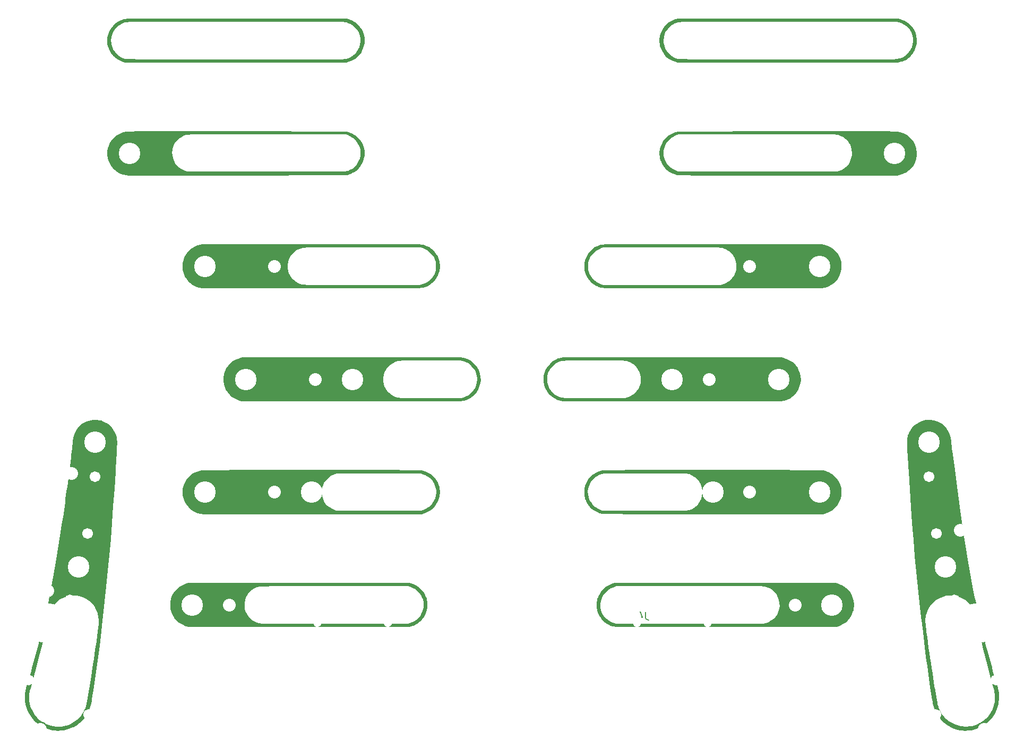
<source format=gbo>
G04 #@! TF.GenerationSoftware,KiCad,Pcbnew,(6.0.4-0)*
G04 #@! TF.CreationDate,2022-11-13T14:27:22-06:00*
G04 #@! TF.ProjectId,main,6d61696e-2e6b-4696-9361-645f70636258,0.2*
G04 #@! TF.SameCoordinates,Original*
G04 #@! TF.FileFunction,Legend,Bot*
G04 #@! TF.FilePolarity,Positive*
%FSLAX46Y46*%
G04 Gerber Fmt 4.6, Leading zero omitted, Abs format (unit mm)*
G04 Created by KiCad (PCBNEW (6.0.4-0)) date 2022-11-13 14:27:22*
%MOMM*%
%LPD*%
G01*
G04 APERTURE LIST*
%ADD10C,0.150000*%
%ADD11C,0.010000*%
%ADD12C,3.429000*%
%ADD13C,1.701800*%
%ADD14C,2.032000*%
%ADD15C,1.200000*%
%ADD16C,0.900000*%
%ADD17C,3.200000*%
%ADD18C,6.400000*%
%ADD19C,0.800000*%
G04 APERTURE END LIST*
D10*
X190965833Y-140767022D02*
X190965833Y-141674165D01*
X191026309Y-141855594D01*
X191147261Y-141976546D01*
X191328690Y-142037022D01*
X191449642Y-142037022D01*
X189816785Y-141190356D02*
X189816785Y-142037022D01*
X190119166Y-140706546D02*
X190421547Y-141613689D01*
X189635357Y-141613689D01*
G36*
X146112062Y-50024585D02*
G01*
X146070966Y-50321664D01*
X146003232Y-50595857D01*
X145900584Y-50877802D01*
X145754746Y-51198136D01*
X145591617Y-51501511D01*
X145311234Y-51905330D01*
X144981886Y-52251822D01*
X144595681Y-52547706D01*
X144144724Y-52799702D01*
X143621122Y-53014529D01*
X143278474Y-53135424D01*
X126015084Y-53159349D01*
X125743492Y-53159724D01*
X124530524Y-53161346D01*
X123338854Y-53162861D01*
X122171428Y-53164266D01*
X121031191Y-53165559D01*
X119921089Y-53166741D01*
X118844068Y-53167809D01*
X117803073Y-53168762D01*
X116801050Y-53169599D01*
X115840945Y-53170318D01*
X114925702Y-53170918D01*
X114058268Y-53171398D01*
X113241588Y-53171757D01*
X112478609Y-53171992D01*
X111772274Y-53172104D01*
X111125531Y-53172090D01*
X110541325Y-53171948D01*
X110022601Y-53171679D01*
X109572304Y-53171280D01*
X109193382Y-53170750D01*
X108888778Y-53170088D01*
X108661439Y-53169292D01*
X108514311Y-53168361D01*
X108450339Y-53167294D01*
X107989125Y-53113113D01*
X107463188Y-52975605D01*
X106967213Y-52762592D01*
X106510930Y-52478384D01*
X106104068Y-52127294D01*
X106000936Y-52018336D01*
X105677875Y-51602395D01*
X105420851Y-51145969D01*
X105232607Y-50659918D01*
X105115885Y-50155099D01*
X105073428Y-49642369D01*
X105074485Y-49626780D01*
X105706541Y-49626780D01*
X105736156Y-50086623D01*
X105832644Y-50525943D01*
X106000426Y-50944749D01*
X106043733Y-51029003D01*
X106314456Y-51446474D01*
X106649936Y-51813706D01*
X107041206Y-52123379D01*
X107479301Y-52368171D01*
X107955254Y-52540763D01*
X107974181Y-52545516D01*
X108004891Y-52551685D01*
X108043511Y-52557494D01*
X108092562Y-52562954D01*
X108154568Y-52568078D01*
X108232051Y-52572876D01*
X108327533Y-52577362D01*
X108443536Y-52581546D01*
X108582582Y-52585442D01*
X108747195Y-52589061D01*
X108939897Y-52592415D01*
X109163208Y-52595515D01*
X109419653Y-52598374D01*
X109711753Y-52601004D01*
X110042031Y-52603417D01*
X110413009Y-52605624D01*
X110827209Y-52607638D01*
X111287153Y-52609470D01*
X111795364Y-52611132D01*
X112354365Y-52612637D01*
X112966677Y-52613997D01*
X113634823Y-52615222D01*
X114361325Y-52616326D01*
X115148706Y-52617319D01*
X115999488Y-52618215D01*
X116916192Y-52619025D01*
X117901342Y-52619760D01*
X118957460Y-52620434D01*
X120087068Y-52621057D01*
X121292688Y-52621642D01*
X122576844Y-52622201D01*
X123942056Y-52622745D01*
X125390847Y-52623287D01*
X125573678Y-52623351D01*
X126784205Y-52623681D01*
X127973623Y-52623834D01*
X129138978Y-52623816D01*
X130277315Y-52623631D01*
X131385680Y-52623285D01*
X132461119Y-52622781D01*
X133500678Y-52622126D01*
X134501402Y-52621323D01*
X135460337Y-52620377D01*
X136374530Y-52619294D01*
X137241026Y-52618077D01*
X138056870Y-52616733D01*
X138819109Y-52615265D01*
X139524788Y-52613679D01*
X140170954Y-52611979D01*
X140754651Y-52610170D01*
X141272926Y-52608257D01*
X141722825Y-52606245D01*
X142101393Y-52604138D01*
X142405676Y-52601942D01*
X142632720Y-52599661D01*
X142779570Y-52597300D01*
X142843274Y-52594864D01*
X143215383Y-52527382D01*
X143673895Y-52372836D01*
X144092973Y-52150050D01*
X144466967Y-51866210D01*
X144790223Y-51528503D01*
X145057089Y-51144115D01*
X145261915Y-50720231D01*
X145399048Y-50264040D01*
X145462836Y-49782726D01*
X145447627Y-49283475D01*
X145358903Y-48818041D01*
X145190282Y-48355745D01*
X144950048Y-47933630D01*
X144643168Y-47557720D01*
X144274610Y-47234037D01*
X143849341Y-46968604D01*
X143372329Y-46767443D01*
X143323810Y-46753098D01*
X143160187Y-46716327D01*
X142957302Y-46681336D01*
X142748091Y-46654104D01*
X142669289Y-46649937D01*
X142506779Y-46645907D01*
X142261795Y-46642170D01*
X141934134Y-46638726D01*
X141523596Y-46635575D01*
X141029980Y-46632717D01*
X140453082Y-46630151D01*
X139792703Y-46627877D01*
X139048640Y-46625895D01*
X138220692Y-46624204D01*
X137308658Y-46622803D01*
X136312337Y-46621693D01*
X135231525Y-46620873D01*
X134066023Y-46620343D01*
X132815629Y-46620102D01*
X131480141Y-46620151D01*
X130059357Y-46620487D01*
X128553077Y-46621113D01*
X126961098Y-46622026D01*
X125283220Y-46623226D01*
X124407481Y-46623915D01*
X123013675Y-46625036D01*
X121701923Y-46626133D01*
X120469696Y-46627219D01*
X119314464Y-46628307D01*
X118233697Y-46629411D01*
X117224863Y-46630543D01*
X116285434Y-46631716D01*
X115412879Y-46632945D01*
X114604668Y-46634240D01*
X113858270Y-46635617D01*
X113171155Y-46637087D01*
X112540794Y-46638665D01*
X111964656Y-46640362D01*
X111440210Y-46642192D01*
X110964927Y-46644169D01*
X110536277Y-46646304D01*
X110151729Y-46648612D01*
X109808753Y-46651105D01*
X109504819Y-46653797D01*
X109237397Y-46656701D01*
X109003956Y-46659829D01*
X108801966Y-46663194D01*
X108628898Y-46666811D01*
X108482220Y-46670691D01*
X108359404Y-46674848D01*
X108257918Y-46679295D01*
X108175232Y-46684046D01*
X108108817Y-46689112D01*
X108056142Y-46694508D01*
X108014676Y-46700246D01*
X107981890Y-46706339D01*
X107955254Y-46712801D01*
X107862456Y-46739657D01*
X107393007Y-46926502D01*
X106963111Y-47184162D01*
X106581737Y-47505315D01*
X106257852Y-47882639D01*
X106000426Y-48308811D01*
X105837802Y-48711094D01*
X105738627Y-49149250D01*
X105706541Y-49626780D01*
X105074485Y-49626780D01*
X105107980Y-49132587D01*
X105222283Y-48636611D01*
X105398109Y-48175939D01*
X105660488Y-47690677D01*
X105983070Y-47266885D01*
X106366233Y-46904154D01*
X106810354Y-46602075D01*
X107315808Y-46360240D01*
X107320517Y-46358371D01*
X107373012Y-46336420D01*
X107418837Y-46315710D01*
X107460500Y-46296208D01*
X107500507Y-46277879D01*
X107541367Y-46260688D01*
X107585586Y-46244601D01*
X107635671Y-46229583D01*
X107694131Y-46215601D01*
X107763473Y-46202619D01*
X107846203Y-46190602D01*
X107944829Y-46179518D01*
X108061859Y-46169330D01*
X108199799Y-46160005D01*
X108361158Y-46151508D01*
X108548442Y-46143805D01*
X108764159Y-46136861D01*
X109010817Y-46130642D01*
X109290922Y-46125112D01*
X109606981Y-46120239D01*
X109961503Y-46115987D01*
X110356995Y-46112321D01*
X110795963Y-46109208D01*
X111280916Y-46106612D01*
X111814360Y-46104500D01*
X112398803Y-46102837D01*
X113036752Y-46101588D01*
X113730715Y-46100719D01*
X114483199Y-46100195D01*
X115296711Y-46099982D01*
X116173759Y-46100046D01*
X117116850Y-46100352D01*
X118128491Y-46100865D01*
X119211190Y-46101551D01*
X120367453Y-46102376D01*
X121599789Y-46103305D01*
X122910705Y-46104304D01*
X124302708Y-46105337D01*
X125778305Y-46106372D01*
X143235423Y-46118136D01*
X143601356Y-46240323D01*
X143626082Y-46248649D01*
X144164185Y-46468930D01*
X144636174Y-46742881D01*
X145045072Y-47072926D01*
X145393902Y-47461486D01*
X145685685Y-47910985D01*
X145859704Y-48267067D01*
X146031110Y-48769442D01*
X146119785Y-49283486D01*
X146127156Y-49782726D01*
X146127671Y-49817577D01*
X146112062Y-50024585D01*
G37*
G36*
X234060025Y-50672998D02*
G01*
X233869320Y-51161357D01*
X233610284Y-51614479D01*
X233287958Y-52024508D01*
X232907382Y-52383588D01*
X232473595Y-52683860D01*
X231991640Y-52917468D01*
X231930864Y-52940156D01*
X231698566Y-53013845D01*
X231437307Y-53082079D01*
X231183373Y-53135980D01*
X230973051Y-53166670D01*
X230965858Y-53166992D01*
X230886392Y-53168013D01*
X230724155Y-53168899D01*
X230481726Y-53169650D01*
X230161686Y-53170269D01*
X229766617Y-53170758D01*
X229299100Y-53171118D01*
X228761714Y-53171352D01*
X228157043Y-53171462D01*
X227487665Y-53171448D01*
X226756163Y-53171314D01*
X225965117Y-53171061D01*
X225117108Y-53170691D01*
X224214717Y-53170205D01*
X223260525Y-53169607D01*
X222257113Y-53168897D01*
X221207062Y-53168078D01*
X220112953Y-53167151D01*
X218977367Y-53166118D01*
X217802884Y-53164982D01*
X216592086Y-53163743D01*
X215347554Y-53162405D01*
X214071869Y-53160969D01*
X212767611Y-53159436D01*
X211437361Y-53157809D01*
X210083701Y-53156090D01*
X208709212Y-53154280D01*
X207316473Y-53152382D01*
X205908067Y-53150397D01*
X204486575Y-53148327D01*
X203054576Y-53146174D01*
X196015762Y-53135424D01*
X195673114Y-53014529D01*
X195316656Y-52875571D01*
X194842212Y-52636791D01*
X194435167Y-52356378D01*
X194087627Y-52027611D01*
X193791699Y-51643770D01*
X193539491Y-51198136D01*
X193444361Y-50995194D01*
X193326027Y-50702065D01*
X193245800Y-50428510D01*
X193195405Y-50143894D01*
X193166566Y-49817577D01*
X193165303Y-49626780D01*
X193831444Y-49626780D01*
X193848417Y-49974642D01*
X193934066Y-50439409D01*
X194096190Y-50879041D01*
X194339497Y-51309125D01*
X194458760Y-51476122D01*
X194782853Y-51830265D01*
X195166403Y-52125713D01*
X195612288Y-52364468D01*
X196123390Y-52548529D01*
X196125919Y-52549239D01*
X196152643Y-52555005D01*
X196190983Y-52560442D01*
X196243420Y-52565561D01*
X196312438Y-52570374D01*
X196400520Y-52574890D01*
X196510148Y-52579121D01*
X196643806Y-52583077D01*
X196803976Y-52586769D01*
X196993141Y-52590207D01*
X197213784Y-52593403D01*
X197468389Y-52596366D01*
X197759437Y-52599108D01*
X198089412Y-52601639D01*
X198460796Y-52603970D01*
X198876073Y-52606111D01*
X199337726Y-52608074D01*
X199848237Y-52609868D01*
X200410089Y-52611506D01*
X201025765Y-52612996D01*
X201697748Y-52614350D01*
X202428521Y-52615579D01*
X203220567Y-52616694D01*
X204076368Y-52617704D01*
X204998409Y-52618621D01*
X205989170Y-52619455D01*
X207051136Y-52620217D01*
X208186789Y-52620918D01*
X209398612Y-52621568D01*
X210689089Y-52622178D01*
X212060701Y-52622759D01*
X213515932Y-52623321D01*
X213696479Y-52623386D01*
X214907181Y-52623719D01*
X216096836Y-52623867D01*
X217262488Y-52623837D01*
X218401179Y-52623632D01*
X219509952Y-52623258D01*
X220585850Y-52622721D01*
X221625916Y-52622024D01*
X222627193Y-52621174D01*
X223586724Y-52620175D01*
X224501552Y-52619033D01*
X225368720Y-52617752D01*
X226185271Y-52616337D01*
X226948247Y-52614794D01*
X227654692Y-52613127D01*
X228301649Y-52611342D01*
X228886161Y-52609444D01*
X229405270Y-52607438D01*
X229856020Y-52605329D01*
X230235454Y-52603121D01*
X230540614Y-52600821D01*
X230768543Y-52598432D01*
X230916285Y-52595961D01*
X230980882Y-52593412D01*
X231393727Y-52513863D01*
X231841512Y-52352129D01*
X232252409Y-52122955D01*
X232620285Y-51834146D01*
X232939006Y-51493504D01*
X233202440Y-51108833D01*
X233404451Y-50687936D01*
X233538908Y-50238616D01*
X233599676Y-49768677D01*
X233580622Y-49285922D01*
X233482249Y-48800979D01*
X233304231Y-48331956D01*
X233049904Y-47902565D01*
X232719866Y-47514032D01*
X232628432Y-47425859D01*
X232248980Y-47124797D01*
X231836370Y-46898559D01*
X231382029Y-46743147D01*
X230877387Y-46654562D01*
X230857405Y-46652985D01*
X230748939Y-46648771D01*
X230562676Y-46644850D01*
X230298178Y-46641219D01*
X229955009Y-46637879D01*
X229532730Y-46634828D01*
X229030905Y-46632066D01*
X228449098Y-46629591D01*
X227786870Y-46627404D01*
X227043785Y-46625503D01*
X226219407Y-46623888D01*
X225313297Y-46622557D01*
X224325019Y-46621510D01*
X223254137Y-46620747D01*
X222100212Y-46620265D01*
X220862808Y-46620066D01*
X219541487Y-46620147D01*
X218135814Y-46620508D01*
X216645351Y-46621149D01*
X215069660Y-46622068D01*
X213408305Y-46623265D01*
X211974120Y-46624410D01*
X210606053Y-46625553D01*
X209319136Y-46626693D01*
X208110881Y-46627842D01*
X206978796Y-46629010D01*
X205920392Y-46630210D01*
X204933180Y-46631454D01*
X204014668Y-46632754D01*
X203162367Y-46634121D01*
X202373787Y-46635566D01*
X201646439Y-46637103D01*
X200977831Y-46638742D01*
X200365474Y-46640495D01*
X199806878Y-46642374D01*
X199299554Y-46644392D01*
X198841010Y-46646559D01*
X198428758Y-46648887D01*
X198060306Y-46651389D01*
X197733166Y-46654076D01*
X197444846Y-46656959D01*
X197192858Y-46660051D01*
X196974711Y-46663364D01*
X196787915Y-46666908D01*
X196629980Y-46670697D01*
X196498417Y-46674741D01*
X196390734Y-46679052D01*
X196304443Y-46683643D01*
X196237053Y-46688525D01*
X196186074Y-46693710D01*
X196149016Y-46699209D01*
X196123390Y-46705035D01*
X195618153Y-46889735D01*
X195165030Y-47135879D01*
X194772060Y-47437711D01*
X194442728Y-47790792D01*
X194180517Y-48190680D01*
X193988910Y-48632934D01*
X193871391Y-49113115D01*
X193831444Y-49626780D01*
X193165303Y-49626780D01*
X193164027Y-49433942D01*
X193229380Y-48915017D01*
X193376907Y-48410157D01*
X193608552Y-47910985D01*
X193619993Y-47890321D01*
X193914172Y-47443499D01*
X194265529Y-47057511D01*
X194677084Y-46729934D01*
X195151860Y-46458346D01*
X195692881Y-46240323D01*
X196058813Y-46118136D01*
X213515932Y-46106372D01*
X213862991Y-46106139D01*
X215313119Y-46105195D01*
X216680190Y-46104359D01*
X217966676Y-46103640D01*
X219175051Y-46103045D01*
X220307788Y-46102582D01*
X221367358Y-46102259D01*
X222356236Y-46102084D01*
X223276894Y-46102064D01*
X224131806Y-46102207D01*
X224923443Y-46102521D01*
X225654279Y-46103014D01*
X226326788Y-46103693D01*
X226943441Y-46104567D01*
X227506713Y-46105642D01*
X228019075Y-46106928D01*
X228483000Y-46108431D01*
X228900963Y-46110160D01*
X229275435Y-46112122D01*
X229608890Y-46114325D01*
X229903800Y-46116777D01*
X230162639Y-46119486D01*
X230387879Y-46122459D01*
X230581994Y-46125704D01*
X230747456Y-46129229D01*
X230886738Y-46133041D01*
X231002313Y-46137150D01*
X231096655Y-46141561D01*
X231172235Y-46146284D01*
X231231528Y-46151326D01*
X231277005Y-46156694D01*
X231311140Y-46162397D01*
X231778604Y-46286340D01*
X232282967Y-46495884D01*
X232740248Y-46770274D01*
X233145386Y-47103765D01*
X233493321Y-47490607D01*
X233778991Y-47925055D01*
X233997336Y-48401359D01*
X234143295Y-48913774D01*
X234211806Y-49456550D01*
X234216284Y-49622000D01*
X234205618Y-49768677D01*
X234177360Y-50157260D01*
X234060025Y-50672998D01*
G37*
G36*
X146112062Y-68019839D02*
G01*
X146070966Y-68316918D01*
X146003232Y-68591111D01*
X145900584Y-68873056D01*
X145754746Y-69193390D01*
X145728516Y-69246479D01*
X145480233Y-69676113D01*
X145197793Y-70038308D01*
X144870313Y-70347261D01*
X144792362Y-70406462D01*
X144570314Y-70550814D01*
X144303453Y-70700879D01*
X144017753Y-70843354D01*
X143739187Y-70964935D01*
X143493729Y-71052320D01*
X143470561Y-71058527D01*
X143440678Y-71064686D01*
X143402626Y-71070495D01*
X143353892Y-71075966D01*
X143291962Y-71081114D01*
X143214322Y-71085955D01*
X143118459Y-71090502D01*
X143001857Y-71094770D01*
X142862003Y-71098773D01*
X142696384Y-71102526D01*
X142502484Y-71106043D01*
X142277790Y-71109339D01*
X142019789Y-71112429D01*
X141725966Y-71115326D01*
X141393806Y-71118046D01*
X141020797Y-71120602D01*
X140604424Y-71123009D01*
X140142174Y-71125282D01*
X139631531Y-71127436D01*
X139069983Y-71129484D01*
X138455014Y-71131441D01*
X137784112Y-71133321D01*
X137054762Y-71135140D01*
X136264451Y-71136911D01*
X135410664Y-71138649D01*
X134490886Y-71140369D01*
X133502606Y-71142085D01*
X132443307Y-71143811D01*
X131310477Y-71145562D01*
X130101601Y-71147353D01*
X128814165Y-71149197D01*
X127445656Y-71151110D01*
X125993559Y-71153106D01*
X125743815Y-71153445D01*
X124531014Y-71155039D01*
X123339363Y-71156518D01*
X122171813Y-71157880D01*
X121031317Y-71159125D01*
X119920828Y-71160252D01*
X118843297Y-71161259D01*
X117801677Y-71162145D01*
X116798921Y-71162910D01*
X115837980Y-71163553D01*
X114921808Y-71164072D01*
X114053356Y-71164466D01*
X113235578Y-71164735D01*
X112471425Y-71164878D01*
X111763849Y-71164893D01*
X111115804Y-71164779D01*
X110530241Y-71164536D01*
X110010114Y-71164162D01*
X109558373Y-71163657D01*
X109177972Y-71163019D01*
X108871863Y-71162247D01*
X108642999Y-71161341D01*
X108494332Y-71160299D01*
X108428813Y-71159120D01*
X108099480Y-71124551D01*
X107601070Y-71009791D01*
X107121971Y-70826430D01*
X106674140Y-70581381D01*
X106269531Y-70281558D01*
X105920101Y-69933873D01*
X105637804Y-69545241D01*
X105579468Y-69445492D01*
X105329307Y-68927474D01*
X105163730Y-68404018D01*
X105083103Y-67877283D01*
X105085936Y-67558124D01*
X115437464Y-67558124D01*
X115451340Y-67868196D01*
X115538677Y-68356346D01*
X115702057Y-68813949D01*
X115936663Y-69234314D01*
X116237679Y-69610755D01*
X116600287Y-69936581D01*
X117019672Y-70205106D01*
X117491017Y-70409641D01*
X117835423Y-70527967D01*
X130363220Y-70533084D01*
X131193714Y-70533383D01*
X132210594Y-70533641D01*
X133202888Y-70533772D01*
X134167179Y-70533782D01*
X135100049Y-70533672D01*
X135998080Y-70533448D01*
X136857855Y-70533111D01*
X137675956Y-70532666D01*
X138448966Y-70532116D01*
X139173468Y-70531465D01*
X139846043Y-70530716D01*
X140463274Y-70529873D01*
X141021745Y-70528939D01*
X141518036Y-70527918D01*
X141948730Y-70526812D01*
X142310411Y-70525627D01*
X142599660Y-70524364D01*
X142813061Y-70523028D01*
X142947194Y-70521623D01*
X142998644Y-70520151D01*
X143046095Y-70511083D01*
X143248360Y-70457804D01*
X143481899Y-70380127D01*
X143711880Y-70290347D01*
X143903469Y-70200760D01*
X144160950Y-70047360D01*
X144552462Y-69736428D01*
X144884595Y-69365280D01*
X145153345Y-68938713D01*
X145354710Y-68461526D01*
X145364536Y-68431696D01*
X145410596Y-68278595D01*
X145440831Y-68139676D01*
X145458381Y-67989884D01*
X145466386Y-67804163D01*
X145467983Y-67557458D01*
X145467968Y-67550520D01*
X145465068Y-67302378D01*
X145455578Y-67114609D01*
X145436369Y-66962153D01*
X145404311Y-66819951D01*
X145356276Y-66662945D01*
X145232710Y-66347581D01*
X144986074Y-65907010D01*
X144673046Y-65515824D01*
X144299872Y-65180280D01*
X143872799Y-64906637D01*
X143398072Y-64701151D01*
X143063220Y-64586950D01*
X130621525Y-64575122D01*
X129938738Y-64574451D01*
X128736109Y-64573176D01*
X127614989Y-64571925D01*
X126572395Y-64570768D01*
X125605342Y-64569775D01*
X124710847Y-64569019D01*
X123885925Y-64568568D01*
X123127592Y-64568495D01*
X122432864Y-64568870D01*
X121798757Y-64569764D01*
X121222286Y-64571248D01*
X120700468Y-64573392D01*
X120230319Y-64576268D01*
X119808854Y-64579945D01*
X119433089Y-64584496D01*
X119100040Y-64589991D01*
X118806723Y-64596500D01*
X118550153Y-64604095D01*
X118327348Y-64612846D01*
X118135322Y-64622823D01*
X117971091Y-64634099D01*
X117831672Y-64646744D01*
X117714080Y-64660828D01*
X117615331Y-64676422D01*
X117532441Y-64693598D01*
X117462425Y-64712425D01*
X117402301Y-64732975D01*
X117349082Y-64755319D01*
X117299786Y-64779528D01*
X117251429Y-64805671D01*
X117201025Y-64833821D01*
X117145592Y-64864047D01*
X117082144Y-64896421D01*
X116985951Y-64944471D01*
X116803482Y-65045789D01*
X116647726Y-65153099D01*
X116491402Y-65286451D01*
X116307229Y-65465891D01*
X116009217Y-65804116D01*
X115754353Y-66195024D01*
X115577065Y-66610545D01*
X115472915Y-67061353D01*
X115437464Y-67558124D01*
X105085936Y-67558124D01*
X105087788Y-67349427D01*
X105178152Y-66822609D01*
X105305297Y-66414147D01*
X105535912Y-65911130D01*
X105831921Y-65460431D01*
X106188767Y-65066191D01*
X106601899Y-64732548D01*
X107066761Y-64463642D01*
X107578799Y-64263611D01*
X108133459Y-64136595D01*
X108134354Y-64136460D01*
X108187963Y-64132062D01*
X108288620Y-64127942D01*
X108438022Y-64124095D01*
X108637869Y-64120519D01*
X108889857Y-64117209D01*
X109195684Y-64114163D01*
X109557050Y-64111377D01*
X109975651Y-64108847D01*
X110453186Y-64106570D01*
X110991352Y-64104543D01*
X111591848Y-64102761D01*
X112256372Y-64101223D01*
X112986622Y-64099923D01*
X113784295Y-64098858D01*
X114651089Y-64098026D01*
X115588704Y-64097423D01*
X116598835Y-64097044D01*
X117683183Y-64096888D01*
X118843444Y-64096950D01*
X120081316Y-64097226D01*
X121398498Y-64097714D01*
X122796688Y-64098409D01*
X124277583Y-64099309D01*
X125842881Y-64100410D01*
X143235423Y-64113390D01*
X143601356Y-64235578D01*
X143626082Y-64243903D01*
X144164185Y-64464184D01*
X144636174Y-64738135D01*
X145045072Y-65068180D01*
X145393902Y-65456741D01*
X145685685Y-65906239D01*
X145859704Y-66262321D01*
X146031110Y-66764697D01*
X146119785Y-67278741D01*
X146123900Y-67557458D01*
X146127671Y-67812831D01*
X146112062Y-68019839D01*
G37*
G36*
X234104997Y-68505960D02*
G01*
X233922971Y-69028529D01*
X233656432Y-69545241D01*
X233579903Y-69664982D01*
X233279079Y-70038204D01*
X232914227Y-70371357D01*
X232498238Y-70656467D01*
X232044005Y-70885558D01*
X231564420Y-71050654D01*
X231072375Y-71143781D01*
X231065870Y-71144257D01*
X230985071Y-71146319D01*
X230821770Y-71148288D01*
X230578906Y-71150160D01*
X230259419Y-71151933D01*
X229866247Y-71153604D01*
X229402329Y-71155169D01*
X228870605Y-71156625D01*
X228274013Y-71157969D01*
X227615494Y-71159197D01*
X226897985Y-71160308D01*
X226124426Y-71161297D01*
X225297756Y-71162161D01*
X224420915Y-71162898D01*
X223496840Y-71163504D01*
X222528473Y-71163975D01*
X221518750Y-71164310D01*
X220470613Y-71164504D01*
X219386999Y-71164555D01*
X218270847Y-71164459D01*
X217125098Y-71164213D01*
X215952690Y-71163815D01*
X214756562Y-71163260D01*
X213539653Y-71162546D01*
X212896352Y-71162129D01*
X211482507Y-71161204D01*
X210151121Y-71160312D01*
X208899658Y-71159438D01*
X207725583Y-71158568D01*
X206626360Y-71157688D01*
X205599452Y-71156785D01*
X204642324Y-71155843D01*
X203752440Y-71154850D01*
X202927264Y-71153790D01*
X202164260Y-71152649D01*
X201460891Y-71151415D01*
X200814623Y-71150071D01*
X200222919Y-71148605D01*
X199683244Y-71147003D01*
X199193060Y-71145249D01*
X198749833Y-71143331D01*
X198351027Y-71141233D01*
X197994105Y-71138942D01*
X197676531Y-71136444D01*
X197395771Y-71133725D01*
X197149287Y-71130770D01*
X196934543Y-71127566D01*
X196749005Y-71124098D01*
X196590136Y-71120352D01*
X196455400Y-71116314D01*
X196342260Y-71111970D01*
X196248182Y-71107307D01*
X196170630Y-71102309D01*
X196107066Y-71096962D01*
X196054956Y-71091254D01*
X196011764Y-71085169D01*
X195974952Y-71078693D01*
X195941987Y-71071813D01*
X195910331Y-71064513D01*
X195810647Y-71037877D01*
X195582356Y-70962699D01*
X195336669Y-70867633D01*
X195111695Y-70766881D01*
X194770437Y-70581937D01*
X194385896Y-70312288D01*
X194061571Y-70000001D01*
X193783942Y-69631545D01*
X193539491Y-69193390D01*
X193444361Y-68990448D01*
X193326027Y-68697319D01*
X193245800Y-68423765D01*
X193195405Y-68139148D01*
X193166566Y-67812831D01*
X193165195Y-67605689D01*
X193826209Y-67605689D01*
X193828692Y-67840027D01*
X193838126Y-68017724D01*
X193857650Y-68163836D01*
X193890404Y-68303418D01*
X193939527Y-68461526D01*
X194053466Y-68758432D01*
X194294547Y-69205058D01*
X194600817Y-69595507D01*
X194972013Y-69929515D01*
X195407874Y-70206822D01*
X195908135Y-70427165D01*
X196187966Y-70527967D01*
X208715762Y-70535526D01*
X209059311Y-70535736D01*
X210277027Y-70536503D01*
X211412444Y-70537224D01*
X212468557Y-70537855D01*
X213448358Y-70538351D01*
X214354842Y-70538669D01*
X215191002Y-70538764D01*
X215959833Y-70538591D01*
X216664328Y-70538107D01*
X217307481Y-70537267D01*
X217892287Y-70536027D01*
X218421738Y-70534343D01*
X218898829Y-70532171D01*
X219326554Y-70529465D01*
X219707906Y-70526183D01*
X220045879Y-70522279D01*
X220343468Y-70517710D01*
X220603666Y-70512431D01*
X220829467Y-70506398D01*
X221023864Y-70499567D01*
X221189852Y-70491893D01*
X221330425Y-70483333D01*
X221448576Y-70473842D01*
X221547299Y-70463375D01*
X221629588Y-70451889D01*
X221698438Y-70439339D01*
X221756841Y-70425680D01*
X221807792Y-70410870D01*
X221854284Y-70394863D01*
X221899312Y-70377616D01*
X221945869Y-70359083D01*
X221996949Y-70339221D01*
X222229717Y-70232148D01*
X222539960Y-70040598D01*
X222842996Y-69805151D01*
X223114621Y-69545039D01*
X223330632Y-69279492D01*
X223531838Y-68941577D01*
X223719827Y-68483428D01*
X223830176Y-68004802D01*
X223862379Y-67516083D01*
X223815933Y-67027653D01*
X223690336Y-66549892D01*
X223485084Y-66093185D01*
X223383874Y-65930176D01*
X223152746Y-65636414D01*
X222875462Y-65355674D01*
X222575611Y-65110768D01*
X222276779Y-64924512D01*
X222238932Y-64905348D01*
X222039239Y-64811469D01*
X221838174Y-64726631D01*
X221674068Y-64667200D01*
X221658293Y-64662499D01*
X221628735Y-64654950D01*
X221593098Y-64647921D01*
X221548418Y-64641393D01*
X221491731Y-64635348D01*
X221420074Y-64629767D01*
X221330483Y-64624632D01*
X221219994Y-64619924D01*
X221085643Y-64615624D01*
X220924466Y-64611715D01*
X220733500Y-64608177D01*
X220509781Y-64604992D01*
X220250345Y-64602142D01*
X219952228Y-64599609D01*
X219612466Y-64597372D01*
X219228097Y-64595415D01*
X218796154Y-64593719D01*
X218313676Y-64592264D01*
X217777698Y-64591033D01*
X217185256Y-64590008D01*
X216533387Y-64589168D01*
X215819127Y-64588497D01*
X215039511Y-64587976D01*
X214191577Y-64587585D01*
X213272360Y-64587307D01*
X212278897Y-64587123D01*
X211208223Y-64587014D01*
X210057375Y-64586963D01*
X208823390Y-64586950D01*
X196231017Y-64586950D01*
X195896165Y-64701151D01*
X195577264Y-64829064D01*
X195133345Y-65080315D01*
X194741208Y-65395586D01*
X194407102Y-65768620D01*
X194137271Y-66193159D01*
X193937961Y-66662945D01*
X193936590Y-66667100D01*
X193888977Y-66823454D01*
X193857266Y-66965608D01*
X193838328Y-67118621D01*
X193829034Y-67307551D01*
X193826254Y-67557458D01*
X193826209Y-67605689D01*
X193165195Y-67605689D01*
X193164027Y-67429197D01*
X193229380Y-66910271D01*
X193376907Y-66405411D01*
X193608552Y-65906239D01*
X193619993Y-65885576D01*
X193914172Y-65438753D01*
X194265529Y-65052765D01*
X194677084Y-64725188D01*
X195151860Y-64453600D01*
X195692881Y-64235578D01*
X196058813Y-64113390D01*
X213451356Y-64100410D01*
X213499329Y-64100374D01*
X215062083Y-64099279D01*
X216540484Y-64098386D01*
X217936230Y-64097696D01*
X219251020Y-64097215D01*
X220486551Y-64096945D01*
X221644520Y-64096889D01*
X222726627Y-64097053D01*
X223734569Y-64097438D01*
X224670045Y-64098048D01*
X225534751Y-64098887D01*
X226330386Y-64099958D01*
X227058649Y-64101265D01*
X227721236Y-64102811D01*
X228319847Y-64104600D01*
X228856178Y-64106635D01*
X229331929Y-64108919D01*
X229748797Y-64111456D01*
X230108479Y-64114250D01*
X230412675Y-64117304D01*
X230663082Y-64120622D01*
X230861397Y-64124206D01*
X231009320Y-64128061D01*
X231108547Y-64132189D01*
X231160777Y-64136595D01*
X231579966Y-64224683D01*
X232103136Y-64406766D01*
X232580275Y-64658763D01*
X233006826Y-64976537D01*
X233378237Y-65355947D01*
X233689953Y-65792856D01*
X233937421Y-66283123D01*
X234116085Y-66822609D01*
X234140346Y-66924697D01*
X234214049Y-67451885D01*
X234212601Y-67516083D01*
X234202144Y-67979692D01*
X234104997Y-68505960D01*
G37*
G36*
X158120865Y-86023321D02*
G01*
X158109292Y-86182826D01*
X158088197Y-86318327D01*
X158054851Y-86452359D01*
X158006526Y-86607458D01*
X157833391Y-87060728D01*
X157586667Y-87529419D01*
X157287244Y-87937158D01*
X156930086Y-88288790D01*
X156510160Y-88589155D01*
X156022430Y-88843099D01*
X155461864Y-89055462D01*
X155452650Y-89058125D01*
X155424916Y-89063852D01*
X155385346Y-89069265D01*
X155331464Y-89074375D01*
X155260795Y-89079197D01*
X155170864Y-89083742D01*
X155059195Y-89088025D01*
X154923312Y-89092058D01*
X154760740Y-89095855D01*
X154569004Y-89099428D01*
X154345627Y-89102791D01*
X154088135Y-89105956D01*
X153794051Y-89108938D01*
X153460901Y-89111748D01*
X153086209Y-89114400D01*
X152667499Y-89116907D01*
X152202295Y-89119282D01*
X151688123Y-89121538D01*
X151122506Y-89123689D01*
X150502970Y-89125747D01*
X149827038Y-89127726D01*
X149092236Y-89129638D01*
X148296087Y-89131497D01*
X147436116Y-89133315D01*
X146509847Y-89135107D01*
X145514806Y-89136884D01*
X144448516Y-89138660D01*
X143308502Y-89140449D01*
X142092288Y-89142262D01*
X140797399Y-89144114D01*
X139421360Y-89146017D01*
X137961695Y-89147985D01*
X137644879Y-89148406D01*
X136433613Y-89149984D01*
X135244429Y-89151484D01*
X134080237Y-89152903D01*
X132943947Y-89154240D01*
X131838469Y-89155492D01*
X130766713Y-89156657D01*
X129731589Y-89157732D01*
X128736008Y-89158717D01*
X127782878Y-89159608D01*
X126875110Y-89160404D01*
X126015614Y-89161101D01*
X125207300Y-89161699D01*
X124453077Y-89162194D01*
X123755857Y-89162585D01*
X123118548Y-89162869D01*
X122544061Y-89163045D01*
X122035306Y-89163110D01*
X121595193Y-89163061D01*
X121226631Y-89162898D01*
X120932531Y-89162617D01*
X120715803Y-89162216D01*
X120579356Y-89161693D01*
X120526101Y-89161047D01*
X120242730Y-89132763D01*
X119699094Y-89022692D01*
X119189828Y-88844681D01*
X118722559Y-88603029D01*
X118304913Y-88302033D01*
X117944515Y-87945993D01*
X117648991Y-87539207D01*
X117478866Y-87230176D01*
X117263718Y-86707565D01*
X117132738Y-86177550D01*
X117085824Y-85644835D01*
X117101622Y-85418518D01*
X133861429Y-85418518D01*
X133870975Y-85875036D01*
X133942059Y-86326851D01*
X134071939Y-86743952D01*
X134196200Y-87013553D01*
X134462117Y-87435109D01*
X134791814Y-87799253D01*
X135184288Y-88105122D01*
X135638537Y-88351851D01*
X136153559Y-88538576D01*
X136165348Y-88541702D01*
X136203424Y-88549303D01*
X136255452Y-88556307D01*
X136324870Y-88562742D01*
X136415113Y-88568634D01*
X136529615Y-88574013D01*
X136671814Y-88578904D01*
X136845144Y-88583335D01*
X137053042Y-88587334D01*
X137298942Y-88590929D01*
X137586281Y-88594145D01*
X137918494Y-88597012D01*
X138299017Y-88599556D01*
X138731285Y-88601805D01*
X139218734Y-88603786D01*
X139764800Y-88605527D01*
X140372918Y-88607054D01*
X141046523Y-88608396D01*
X141789053Y-88609580D01*
X142603941Y-88610633D01*
X143494625Y-88611582D01*
X144464539Y-88612456D01*
X145517118Y-88613281D01*
X146282082Y-88613738D01*
X147148135Y-88613991D01*
X147989725Y-88613957D01*
X148802743Y-88613648D01*
X149583079Y-88613072D01*
X150326625Y-88612241D01*
X151029271Y-88611166D01*
X151686908Y-88609857D01*
X152295426Y-88608324D01*
X152850717Y-88606578D01*
X153348671Y-88604630D01*
X153785179Y-88602489D01*
X154156131Y-88600167D01*
X154457419Y-88597674D01*
X154684933Y-88595020D01*
X154834564Y-88592217D01*
X154902203Y-88589274D01*
X154998098Y-88576548D01*
X155459463Y-88472983D01*
X155880643Y-88300825D01*
X156273374Y-88054285D01*
X156649392Y-87727575D01*
X156755611Y-87619626D01*
X156974363Y-87370957D01*
X157143746Y-87127091D01*
X157281447Y-86860306D01*
X157405148Y-86542882D01*
X157432627Y-86462235D01*
X157474068Y-86323910D01*
X157500980Y-86193833D01*
X157516420Y-86048423D01*
X157523443Y-85864101D01*
X157525104Y-85617289D01*
X157524743Y-85483113D01*
X157520751Y-85270871D01*
X157509850Y-85109187D01*
X157488987Y-84974483D01*
X157455105Y-84843179D01*
X157405148Y-84691695D01*
X157355803Y-84555788D01*
X157228583Y-84262126D01*
X157080231Y-84007921D01*
X156893062Y-83765454D01*
X156649392Y-83507002D01*
X156374948Y-83257128D01*
X156060208Y-83032554D01*
X155721109Y-82860298D01*
X155330771Y-82724408D01*
X154988305Y-82625255D01*
X145753898Y-82625255D01*
X145312719Y-82625269D01*
X144252509Y-82625438D01*
X143274199Y-82625811D01*
X142374778Y-82626407D01*
X141551232Y-82627243D01*
X140800549Y-82628335D01*
X140119716Y-82629703D01*
X139505721Y-82631362D01*
X138955550Y-82633331D01*
X138466192Y-82635628D01*
X138034633Y-82638269D01*
X137657860Y-82641272D01*
X137332862Y-82644655D01*
X137056625Y-82648435D01*
X136826136Y-82652630D01*
X136638383Y-82657257D01*
X136490354Y-82662334D01*
X136379034Y-82667878D01*
X136301413Y-82673906D01*
X136254477Y-82680437D01*
X136197205Y-82692940D01*
X135721841Y-82843594D01*
X135284005Y-83066075D01*
X134890986Y-83353155D01*
X134550074Y-83697602D01*
X134268559Y-84092188D01*
X134053731Y-84529682D01*
X133912880Y-85002854D01*
X133861429Y-85418518D01*
X117101622Y-85418518D01*
X117122870Y-85114129D01*
X117243773Y-84590136D01*
X117448429Y-84077563D01*
X117736732Y-83581117D01*
X117801893Y-83489021D01*
X118129482Y-83114357D01*
X118520971Y-82787072D01*
X118966015Y-82513753D01*
X119454269Y-82300989D01*
X119975388Y-82155368D01*
X119980363Y-82154376D01*
X120015692Y-82148668D01*
X120062641Y-82143288D01*
X120123692Y-82138228D01*
X120201330Y-82133477D01*
X120298037Y-82129026D01*
X120416294Y-82124865D01*
X120558586Y-82120985D01*
X120727394Y-82117376D01*
X120925201Y-82114028D01*
X121154491Y-82110932D01*
X121417745Y-82108079D01*
X121717447Y-82105458D01*
X122056079Y-82103060D01*
X122436125Y-82100876D01*
X122860065Y-82098896D01*
X123330384Y-82097110D01*
X123849564Y-82095509D01*
X124420088Y-82094083D01*
X125044439Y-82092823D01*
X125725098Y-82091718D01*
X126464550Y-82090760D01*
X127265276Y-82089939D01*
X128129759Y-82089245D01*
X129060482Y-82088668D01*
X130059928Y-82088200D01*
X131130580Y-82087829D01*
X132274919Y-82087548D01*
X133495430Y-82087346D01*
X134794594Y-82087214D01*
X136174894Y-82087141D01*
X137638813Y-82087119D01*
X138399599Y-82087110D01*
X139824573Y-82087056D01*
X141167247Y-82086979D01*
X142430138Y-82086912D01*
X143615763Y-82086886D01*
X144726639Y-82086936D01*
X145765282Y-82087093D01*
X146734209Y-82087389D01*
X147635936Y-82087857D01*
X148472980Y-82088530D01*
X149247857Y-82089439D01*
X149963084Y-82090618D01*
X150621177Y-82092098D01*
X151224654Y-82093912D01*
X151776030Y-82096093D01*
X152277822Y-82098673D01*
X152732546Y-82101684D01*
X153142720Y-82105159D01*
X153510859Y-82109130D01*
X153839481Y-82113630D01*
X154131102Y-82118691D01*
X154388237Y-82124346D01*
X154613405Y-82130627D01*
X154809122Y-82137566D01*
X154977903Y-82145195D01*
X155122266Y-82153548D01*
X155244727Y-82162657D01*
X155347803Y-82172554D01*
X155434010Y-82183271D01*
X155505865Y-82194842D01*
X155565884Y-82207297D01*
X155616584Y-82220671D01*
X155660481Y-82234995D01*
X155700093Y-82250301D01*
X155737935Y-82266623D01*
X155776524Y-82283992D01*
X155818376Y-82302441D01*
X155866009Y-82322003D01*
X156351253Y-82548320D01*
X156801762Y-82842421D01*
X157190554Y-83195209D01*
X157519619Y-83608826D01*
X157790946Y-84085415D01*
X158006526Y-84627119D01*
X158044484Y-84746975D01*
X158081253Y-84884091D01*
X158105102Y-85017145D01*
X158118759Y-85168673D01*
X158124952Y-85361209D01*
X158126410Y-85617289D01*
X158125643Y-85817279D01*
X158120865Y-86023321D01*
G37*
G36*
X222092738Y-86497200D02*
G01*
X221911108Y-87023322D01*
X221645246Y-87539207D01*
X221570774Y-87655404D01*
X221267978Y-88030952D01*
X220901224Y-88365417D01*
X220483180Y-88651006D01*
X220026511Y-88879932D01*
X219543884Y-89044402D01*
X219047966Y-89136628D01*
X219042782Y-89137036D01*
X218963743Y-89139280D01*
X218802080Y-89141432D01*
X218560743Y-89143490D01*
X218242685Y-89145449D01*
X217850857Y-89147305D01*
X217388209Y-89149056D01*
X216857694Y-89150696D01*
X216262263Y-89152223D01*
X215604867Y-89153633D01*
X214888458Y-89154921D01*
X214115986Y-89156084D01*
X213290404Y-89157119D01*
X212414662Y-89158021D01*
X211491713Y-89158786D01*
X210524508Y-89159412D01*
X209515997Y-89159894D01*
X208469132Y-89160229D01*
X207386866Y-89160412D01*
X206272148Y-89160440D01*
X205127931Y-89160310D01*
X203957166Y-89160016D01*
X202762804Y-89159557D01*
X201547796Y-89158927D01*
X201054019Y-89158642D01*
X199618856Y-89157849D01*
X198266432Y-89157131D01*
X196994222Y-89156454D01*
X195799699Y-89155784D01*
X194680337Y-89155086D01*
X193633611Y-89154326D01*
X192656994Y-89153471D01*
X191747960Y-89152485D01*
X190903984Y-89151335D01*
X190122539Y-89149986D01*
X189401099Y-89148405D01*
X188737139Y-89146556D01*
X188128132Y-89144406D01*
X187571552Y-89141921D01*
X187064874Y-89139065D01*
X186605571Y-89135806D01*
X186191117Y-89132108D01*
X185818986Y-89127938D01*
X185486653Y-89123261D01*
X185191591Y-89118044D01*
X184931274Y-89112251D01*
X184703177Y-89105848D01*
X184504773Y-89098802D01*
X184333536Y-89091078D01*
X184186940Y-89082642D01*
X184062460Y-89073460D01*
X183957568Y-89063497D01*
X183869740Y-89052719D01*
X183796450Y-89041092D01*
X183735170Y-89028582D01*
X183683376Y-89015154D01*
X183638541Y-89000775D01*
X183598139Y-88985409D01*
X183559644Y-88969024D01*
X183520531Y-88951584D01*
X183478273Y-88933055D01*
X183430344Y-88913404D01*
X182941913Y-88685522D01*
X182491518Y-88391342D01*
X182102981Y-88038685D01*
X181774222Y-87625313D01*
X181503159Y-87148984D01*
X181287711Y-86607458D01*
X181249752Y-86487602D01*
X181212983Y-86350486D01*
X181189135Y-86217432D01*
X181175478Y-86065904D01*
X181169285Y-85873368D01*
X181167827Y-85617289D01*
X181769132Y-85617289D01*
X181769494Y-85751464D01*
X181773486Y-85963706D01*
X181784386Y-86125390D01*
X181805249Y-86260094D01*
X181839132Y-86391398D01*
X181889089Y-86542882D01*
X181938434Y-86678789D01*
X182065654Y-86972451D01*
X182214006Y-87226656D01*
X182401175Y-87469123D01*
X182644845Y-87727575D01*
X182892714Y-87955322D01*
X183208274Y-88186263D01*
X183548242Y-88365182D01*
X183940703Y-88509016D01*
X184262881Y-88608315D01*
X193389661Y-88614406D01*
X194148158Y-88614791D01*
X195015259Y-88614932D01*
X195858237Y-88614752D01*
X196672959Y-88614264D01*
X197455294Y-88613479D01*
X198201110Y-88612412D01*
X198906275Y-88611074D01*
X199566657Y-88609478D01*
X200178124Y-88607636D01*
X200736544Y-88605562D01*
X201237786Y-88603268D01*
X201677718Y-88600767D01*
X202052207Y-88598071D01*
X202357122Y-88595192D01*
X202588331Y-88592144D01*
X202741703Y-88588940D01*
X202813104Y-88585591D01*
X203182863Y-88518473D01*
X203641985Y-88363966D01*
X204061567Y-88141215D01*
X204435966Y-87857399D01*
X204759538Y-87519692D01*
X205026638Y-87135272D01*
X205231625Y-86711315D01*
X205368852Y-86254996D01*
X205432678Y-85773494D01*
X205417457Y-85273984D01*
X205328733Y-84808550D01*
X205160113Y-84346253D01*
X204919879Y-83924139D01*
X204612999Y-83548229D01*
X204244440Y-83224546D01*
X203819171Y-82959112D01*
X203342159Y-82757951D01*
X203308099Y-82746914D01*
X203250317Y-82729998D01*
X203186885Y-82714438D01*
X203114303Y-82700182D01*
X203029075Y-82687182D01*
X202927703Y-82675385D01*
X202806688Y-82664743D01*
X202662533Y-82655205D01*
X202491740Y-82646720D01*
X202290811Y-82639238D01*
X202056249Y-82632708D01*
X201784555Y-82627081D01*
X201472231Y-82622306D01*
X201115780Y-82618333D01*
X200711704Y-82615110D01*
X200256505Y-82612589D01*
X199746685Y-82610718D01*
X199178746Y-82609447D01*
X198549191Y-82608726D01*
X197854522Y-82608505D01*
X197091240Y-82608732D01*
X196255848Y-82609359D01*
X195344848Y-82610334D01*
X194354743Y-82611606D01*
X193282034Y-82613127D01*
X184262881Y-82626290D01*
X183940703Y-82725575D01*
X183628411Y-82835615D01*
X183279390Y-83005430D01*
X182960893Y-83223582D01*
X182644845Y-83507002D01*
X182538625Y-83614951D01*
X182319874Y-83863620D01*
X182150490Y-84107486D01*
X182012790Y-84374271D01*
X181889089Y-84691695D01*
X181861609Y-84772342D01*
X181820169Y-84910667D01*
X181793256Y-85040744D01*
X181777817Y-85186154D01*
X181770794Y-85370476D01*
X181769132Y-85617289D01*
X181167827Y-85617289D01*
X181168594Y-85417298D01*
X181173372Y-85211256D01*
X181184945Y-85051751D01*
X181206040Y-84916251D01*
X181239386Y-84782218D01*
X181287711Y-84627119D01*
X181490445Y-84112555D01*
X181758758Y-83632558D01*
X182084704Y-83215647D01*
X182470270Y-82859680D01*
X182917448Y-82562513D01*
X183428227Y-82322003D01*
X183453447Y-82311865D01*
X183497812Y-82292876D01*
X183537682Y-82274983D01*
X183575575Y-82258153D01*
X183614007Y-82242355D01*
X183655494Y-82227554D01*
X183702554Y-82213720D01*
X183757702Y-82200820D01*
X183823455Y-82188820D01*
X183902329Y-82177690D01*
X183996842Y-82167396D01*
X184109510Y-82157906D01*
X184242849Y-82149187D01*
X184399376Y-82141208D01*
X184581608Y-82133935D01*
X184792060Y-82127337D01*
X185033250Y-82121380D01*
X185307694Y-82116033D01*
X185617909Y-82111263D01*
X185966411Y-82107037D01*
X186355716Y-82103323D01*
X186788342Y-82100089D01*
X187266805Y-82097303D01*
X187793621Y-82094931D01*
X188371307Y-82092941D01*
X189002380Y-82091302D01*
X189689356Y-82089980D01*
X190434751Y-82088943D01*
X191241082Y-82088158D01*
X192110867Y-82087594D01*
X193046620Y-82087218D01*
X194050859Y-82086997D01*
X195126101Y-82086899D01*
X196274861Y-82086892D01*
X197499657Y-82086943D01*
X198803005Y-82087019D01*
X200187422Y-82087089D01*
X201655423Y-82087119D01*
X201907526Y-82087120D01*
X203357212Y-82087149D01*
X204723696Y-82087231D01*
X206009461Y-82087375D01*
X207216990Y-82087590D01*
X208348766Y-82087885D01*
X209407271Y-82088271D01*
X210394988Y-82088757D01*
X211314400Y-82089353D01*
X212167989Y-82090068D01*
X212958239Y-82090911D01*
X213687631Y-82091893D01*
X214358649Y-82093023D01*
X214973775Y-82094311D01*
X215535492Y-82095766D01*
X216046283Y-82097397D01*
X216508630Y-82099215D01*
X216925017Y-82101229D01*
X217297925Y-82103448D01*
X217629837Y-82105883D01*
X217923237Y-82108542D01*
X218180607Y-82111435D01*
X218404430Y-82114573D01*
X218597187Y-82117964D01*
X218761363Y-82121618D01*
X218899440Y-82125545D01*
X219013900Y-82129754D01*
X219107227Y-82134254D01*
X219181902Y-82139057D01*
X219240409Y-82144170D01*
X219285230Y-82149604D01*
X219318849Y-82155368D01*
X219440964Y-82182545D01*
X219955446Y-82344177D01*
X220434686Y-82571439D01*
X220868340Y-82857741D01*
X221246061Y-83196497D01*
X221557505Y-83581117D01*
X221741056Y-83877742D01*
X221979022Y-84384459D01*
X222133278Y-84904469D01*
X222203718Y-85433067D01*
X222195101Y-85773494D01*
X222190240Y-85965546D01*
X222092738Y-86497200D01*
G37*
G36*
X164585372Y-104296558D02*
G01*
X164443712Y-104818954D01*
X164218346Y-105328173D01*
X163966901Y-105739908D01*
X163676962Y-106096942D01*
X163340870Y-106403460D01*
X162949311Y-106666747D01*
X162492973Y-106894087D01*
X161962542Y-107092767D01*
X161948045Y-107096831D01*
X161918702Y-107102561D01*
X161877699Y-107107972D01*
X161822553Y-107113080D01*
X161750783Y-107117895D01*
X161659909Y-107122433D01*
X161547448Y-107126706D01*
X161410919Y-107130728D01*
X161247841Y-107134512D01*
X161055733Y-107138070D01*
X160832113Y-107141417D01*
X160574499Y-107144566D01*
X160280411Y-107147529D01*
X159947368Y-107150320D01*
X159572886Y-107152953D01*
X159154487Y-107155441D01*
X158689687Y-107157796D01*
X158176006Y-107160032D01*
X157610962Y-107162163D01*
X156992074Y-107164202D01*
X156316861Y-107166161D01*
X155582841Y-107168055D01*
X154787533Y-107169896D01*
X153928456Y-107171698D01*
X153003127Y-107173474D01*
X152009067Y-107175237D01*
X150943793Y-107177001D01*
X149804824Y-107178778D01*
X148589679Y-107180582D01*
X147295876Y-107182427D01*
X145920935Y-107184325D01*
X144462373Y-107186290D01*
X144145557Y-107186711D01*
X142934291Y-107188289D01*
X141745107Y-107189789D01*
X140580915Y-107191208D01*
X139444625Y-107192545D01*
X138339147Y-107193797D01*
X137267391Y-107194962D01*
X136232267Y-107196038D01*
X135236686Y-107197022D01*
X134283556Y-107197913D01*
X133375788Y-107198709D01*
X132516292Y-107199406D01*
X131707978Y-107200004D01*
X130953755Y-107200499D01*
X130256535Y-107200890D01*
X129619226Y-107201174D01*
X129044739Y-107201350D01*
X128535984Y-107201415D01*
X128095871Y-107201366D01*
X127727309Y-107201203D01*
X127433209Y-107200922D01*
X127216481Y-107200521D01*
X127080034Y-107199998D01*
X127026779Y-107199352D01*
X126489183Y-107130324D01*
X125950603Y-106986949D01*
X125454419Y-106774822D01*
X125005778Y-106497163D01*
X124609826Y-106157193D01*
X124271710Y-105758132D01*
X123996576Y-105303201D01*
X123843449Y-104963987D01*
X123675761Y-104439519D01*
X123593797Y-103916729D01*
X123597000Y-103456823D01*
X149101429Y-103456823D01*
X149110975Y-103913341D01*
X149182059Y-104365157D01*
X149311939Y-104782257D01*
X149438096Y-105055348D01*
X149704805Y-105476548D01*
X150035228Y-105840526D01*
X150427842Y-106145971D01*
X150881127Y-106391571D01*
X151393559Y-106576015D01*
X151423774Y-106583517D01*
X151479201Y-106593357D01*
X151553027Y-106602121D01*
X151650089Y-106609883D01*
X151775222Y-106616715D01*
X151933263Y-106622692D01*
X152129046Y-106627884D01*
X152367409Y-106632367D01*
X152653187Y-106636213D01*
X152991215Y-106639494D01*
X153386330Y-106642284D01*
X153843367Y-106644656D01*
X154367163Y-106646683D01*
X154962552Y-106648437D01*
X155634372Y-106649993D01*
X156387457Y-106651422D01*
X156467638Y-106651557D01*
X157105114Y-106652248D01*
X157722215Y-106652258D01*
X158312964Y-106651622D01*
X158871386Y-106650372D01*
X159391508Y-106648545D01*
X159867353Y-106646172D01*
X160292946Y-106643290D01*
X160662314Y-106639932D01*
X160969480Y-106636132D01*
X161208470Y-106631924D01*
X161373309Y-106627343D01*
X161458022Y-106622422D01*
X161482717Y-106619344D01*
X161873427Y-106538856D01*
X162267320Y-106404586D01*
X162621607Y-106230929D01*
X162667666Y-106202436D01*
X162880829Y-106043665D01*
X163110067Y-105837992D01*
X163333451Y-105607666D01*
X163529056Y-105374939D01*
X163674953Y-105162060D01*
X163732627Y-105057364D01*
X163908921Y-104642621D01*
X164024999Y-104199380D01*
X164075955Y-103751278D01*
X164056883Y-103321950D01*
X164026760Y-103130739D01*
X163912549Y-102676983D01*
X163740090Y-102272593D01*
X163501372Y-101901195D01*
X163188388Y-101546416D01*
X162987105Y-101358932D01*
X162629676Y-101092713D01*
X162249439Y-100896529D01*
X161829890Y-100762611D01*
X161354526Y-100683191D01*
X161237389Y-100675149D01*
X161028733Y-100667721D01*
X160734231Y-100661527D01*
X160354012Y-100656569D01*
X159888205Y-100652846D01*
X159336938Y-100650361D01*
X158700338Y-100649113D01*
X157978535Y-100649104D01*
X157171656Y-100650333D01*
X156279830Y-100652803D01*
X156158075Y-100653204D01*
X155427657Y-100655564D01*
X154777317Y-100657740D01*
X154201850Y-100659968D01*
X153696048Y-100662483D01*
X153254703Y-100665522D01*
X152872609Y-100669318D01*
X152544559Y-100674109D01*
X152265345Y-100680129D01*
X152029760Y-100687614D01*
X151832597Y-100696799D01*
X151668649Y-100707920D01*
X151532708Y-100721213D01*
X151419568Y-100736912D01*
X151324021Y-100755253D01*
X151240860Y-100776473D01*
X151164878Y-100800806D01*
X151090867Y-100828487D01*
X151013621Y-100859753D01*
X150927933Y-100894838D01*
X150925988Y-100895626D01*
X150501623Y-101112994D01*
X150117499Y-101400112D01*
X149782087Y-101746734D01*
X149503865Y-102142614D01*
X149291304Y-102577505D01*
X149152880Y-103041159D01*
X149101429Y-103456823D01*
X123597000Y-103456823D01*
X123597443Y-103393134D01*
X123686585Y-102866252D01*
X123861110Y-102333602D01*
X124063079Y-101913929D01*
X124362266Y-101469787D01*
X124726019Y-101081599D01*
X125152598Y-100750907D01*
X125640267Y-100479254D01*
X126187288Y-100268184D01*
X126574745Y-100146950D01*
X143988813Y-100135185D01*
X144625105Y-100134759D01*
X146055640Y-100133833D01*
X147403616Y-100133015D01*
X148671519Y-100132313D01*
X149861831Y-100131735D01*
X150977038Y-100131290D01*
X152019622Y-100130984D01*
X152992068Y-100130827D01*
X153896859Y-100130826D01*
X154736480Y-100130988D01*
X155513414Y-100131323D01*
X156230145Y-100131837D01*
X156889157Y-100132540D01*
X157492934Y-100133438D01*
X158043959Y-100134540D01*
X158544717Y-100135854D01*
X158997691Y-100137388D01*
X159405365Y-100139150D01*
X159770223Y-100141147D01*
X160094750Y-100143388D01*
X160381428Y-100145881D01*
X160632741Y-100148634D01*
X160851175Y-100151654D01*
X161039211Y-100154950D01*
X161199335Y-100158529D01*
X161334030Y-100162400D01*
X161445780Y-100166571D01*
X161537068Y-100171049D01*
X161610380Y-100175843D01*
X161668197Y-100180960D01*
X161713005Y-100186409D01*
X161747288Y-100192197D01*
X161985810Y-100247840D01*
X162499049Y-100425203D01*
X162974150Y-100670207D01*
X163402068Y-100976809D01*
X163773755Y-101338965D01*
X164080164Y-101750633D01*
X164319588Y-102195283D01*
X164510433Y-102710347D01*
X164618500Y-103236251D01*
X164642815Y-103751278D01*
X164643557Y-103766989D01*
X164585372Y-104296558D01*
G37*
G36*
X215521946Y-104784390D02*
G01*
X215303406Y-105293276D01*
X215001119Y-105787211D01*
X214739599Y-106101953D01*
X214378819Y-106424517D01*
X213964705Y-106701293D01*
X213511750Y-106924085D01*
X213034447Y-107084697D01*
X212547288Y-107174933D01*
X212519582Y-107176639D01*
X212403098Y-107179746D01*
X212206350Y-107182638D01*
X211932878Y-107185316D01*
X211586223Y-107187785D01*
X211169922Y-107190047D01*
X210687517Y-107192107D01*
X210142547Y-107193967D01*
X209538552Y-107195632D01*
X208879071Y-107197104D01*
X208167644Y-107198388D01*
X207407810Y-107199485D01*
X206603110Y-107200401D01*
X205757083Y-107201138D01*
X204873268Y-107201699D01*
X203955206Y-107202089D01*
X203006436Y-107202310D01*
X202030498Y-107202367D01*
X201030931Y-107202262D01*
X200011275Y-107201999D01*
X198975070Y-107201581D01*
X197925856Y-107201012D01*
X196867172Y-107200295D01*
X195802557Y-107199434D01*
X194735552Y-107198432D01*
X193669697Y-107197292D01*
X192608530Y-107196019D01*
X191555592Y-107194614D01*
X190514423Y-107193083D01*
X189488561Y-107191428D01*
X188481547Y-107189652D01*
X187496920Y-107187760D01*
X186538220Y-107185754D01*
X185608987Y-107183639D01*
X184712761Y-107181416D01*
X183853080Y-107179091D01*
X183033486Y-107176666D01*
X182257516Y-107174144D01*
X181528712Y-107171530D01*
X180850613Y-107168827D01*
X180226758Y-107166037D01*
X179660688Y-107163165D01*
X179155941Y-107160214D01*
X178716058Y-107157187D01*
X178344578Y-107154088D01*
X178045041Y-107150920D01*
X177820987Y-107147687D01*
X177675955Y-107144392D01*
X177613485Y-107141038D01*
X177460550Y-107111250D01*
X176995325Y-106974140D01*
X176544122Y-106774811D01*
X176124197Y-106523131D01*
X175752804Y-106228968D01*
X175447199Y-105902189D01*
X175179211Y-105512726D01*
X174939006Y-105040854D01*
X174768123Y-104546721D01*
X174669732Y-104042462D01*
X174652223Y-103655594D01*
X175228552Y-103655594D01*
X175228628Y-103677594D01*
X175273056Y-104181535D01*
X175395734Y-104658203D01*
X175591447Y-105100860D01*
X175854980Y-105502771D01*
X176181119Y-105857198D01*
X176564650Y-106157404D01*
X177000357Y-106396652D01*
X177483025Y-106568206D01*
X177512270Y-106575588D01*
X177565585Y-106586577D01*
X177630265Y-106596347D01*
X177711293Y-106604983D01*
X177813652Y-106612565D01*
X177942323Y-106619178D01*
X178102290Y-106624901D01*
X178298534Y-106629819D01*
X178536039Y-106634013D01*
X178819785Y-106637566D01*
X179154757Y-106640559D01*
X179545935Y-106643076D01*
X179998304Y-106645198D01*
X180516844Y-106647008D01*
X181106539Y-106648588D01*
X181772371Y-106650020D01*
X182519322Y-106651387D01*
X182602578Y-106651525D01*
X183239533Y-106652221D01*
X183855816Y-106652271D01*
X184445479Y-106651708D01*
X185002574Y-106650563D01*
X185521153Y-106648869D01*
X185995267Y-106646656D01*
X186418968Y-106643958D01*
X186786309Y-106640805D01*
X187091341Y-106637231D01*
X187328117Y-106633266D01*
X187490687Y-106628943D01*
X187573104Y-106624293D01*
X187938595Y-106557837D01*
X188398826Y-106403396D01*
X188819324Y-106180709D01*
X189194459Y-105896934D01*
X189518604Y-105559228D01*
X189786129Y-105174751D01*
X189991406Y-104750660D01*
X190128805Y-104294114D01*
X190192699Y-103812271D01*
X190177457Y-103312289D01*
X190088733Y-102846855D01*
X189920113Y-102384558D01*
X189679879Y-101962444D01*
X189372999Y-101586534D01*
X189004440Y-101262851D01*
X188579171Y-100997417D01*
X188102159Y-100796257D01*
X188095388Y-100794014D01*
X188016444Y-100770012D01*
X187930201Y-100748593D01*
X187831734Y-100729632D01*
X187716119Y-100713006D01*
X187578431Y-100698589D01*
X187413743Y-100686259D01*
X187217132Y-100675889D01*
X186983672Y-100667358D01*
X186708438Y-100660539D01*
X186386505Y-100655310D01*
X186012948Y-100651545D01*
X185582842Y-100649122D01*
X185091261Y-100647914D01*
X184533281Y-100647799D01*
X183903977Y-100648652D01*
X183198423Y-100650349D01*
X182411695Y-100652765D01*
X182006230Y-100654075D01*
X181297461Y-100656310D01*
X180666902Y-100658454D01*
X180109382Y-100660798D01*
X179619728Y-100663635D01*
X179192768Y-100667257D01*
X178823331Y-100671957D01*
X178506243Y-100678025D01*
X178236334Y-100685755D01*
X178008429Y-100695439D01*
X177817359Y-100707369D01*
X177657950Y-100721836D01*
X177525031Y-100739134D01*
X177413428Y-100759554D01*
X177317971Y-100783388D01*
X177233487Y-100810929D01*
X177154804Y-100842469D01*
X177076750Y-100878299D01*
X176994152Y-100918713D01*
X176901839Y-100964002D01*
X176562471Y-101155848D01*
X176174115Y-101458726D01*
X175846020Y-101817001D01*
X175582800Y-102223249D01*
X175389072Y-102670047D01*
X175269451Y-103149970D01*
X175228552Y-103655594D01*
X174652223Y-103655594D01*
X174647001Y-103540210D01*
X174703096Y-103052099D01*
X174822728Y-102595714D01*
X175032872Y-102079846D01*
X175309391Y-101614745D01*
X175648266Y-101204452D01*
X176045479Y-100853009D01*
X176497010Y-100564458D01*
X176998839Y-100342840D01*
X177546949Y-100192197D01*
X177560452Y-100189684D01*
X177598923Y-100184042D01*
X177648980Y-100178736D01*
X177713106Y-100173758D01*
X177793786Y-100169100D01*
X177893504Y-100164754D01*
X178014743Y-100160712D01*
X178159987Y-100156967D01*
X178331720Y-100153509D01*
X178532426Y-100150332D01*
X178764588Y-100147427D01*
X179030691Y-100144786D01*
X179333219Y-100142402D01*
X179674655Y-100140265D01*
X180057483Y-100138370D01*
X180484187Y-100136706D01*
X180957251Y-100135267D01*
X181479159Y-100134044D01*
X182052394Y-100133030D01*
X182679441Y-100132216D01*
X183362784Y-100131595D01*
X184104905Y-100131158D01*
X184908289Y-100130898D01*
X185775421Y-100130806D01*
X186708783Y-100130875D01*
X187710860Y-100131097D01*
X188784135Y-100131463D01*
X189931093Y-100131966D01*
X191154216Y-100132598D01*
X192455990Y-100133350D01*
X193838898Y-100134215D01*
X195305423Y-100135185D01*
X212719491Y-100146950D01*
X213106949Y-100268184D01*
X213574956Y-100443384D01*
X214071719Y-100705968D01*
X214507655Y-101027824D01*
X214881026Y-101407411D01*
X215190096Y-101843184D01*
X215433126Y-102333602D01*
X215550480Y-102664479D01*
X215671005Y-103200598D01*
X215706153Y-103734794D01*
X215698856Y-103812271D01*
X215656331Y-104263810D01*
X215521946Y-104784390D01*
G37*
G36*
X158107589Y-122179317D02*
G01*
X158069283Y-122428992D01*
X158003678Y-122668001D01*
X157904639Y-122923390D01*
X157766031Y-123222204D01*
X157740359Y-123274156D01*
X157491483Y-123704860D01*
X157209112Y-124066832D01*
X156883298Y-124373042D01*
X156802162Y-124435155D01*
X156535411Y-124610774D01*
X156224949Y-124783521D01*
X155900307Y-124937750D01*
X155591017Y-125057812D01*
X155289661Y-125158786D01*
X138047796Y-125183304D01*
X137798051Y-125183657D01*
X136585251Y-125185325D01*
X135393599Y-125186885D01*
X134226050Y-125188336D01*
X133085554Y-125189675D01*
X131975064Y-125190901D01*
X130897533Y-125192014D01*
X129855914Y-125193011D01*
X128853158Y-125193892D01*
X127892217Y-125194653D01*
X126976045Y-125195295D01*
X126107593Y-125195816D01*
X125289815Y-125196213D01*
X124525662Y-125196487D01*
X123818086Y-125196634D01*
X123170041Y-125196655D01*
X122584479Y-125196546D01*
X122064351Y-125196307D01*
X121612610Y-125195937D01*
X121232209Y-125195434D01*
X120926101Y-125194795D01*
X120697236Y-125194021D01*
X120548569Y-125193109D01*
X120483051Y-125192059D01*
X120005194Y-125137522D01*
X119477082Y-125000655D01*
X118980256Y-124788124D01*
X118523414Y-124503752D01*
X118115254Y-124151362D01*
X118008456Y-124038499D01*
X117681169Y-123616949D01*
X117422933Y-123156490D01*
X117236171Y-122667047D01*
X117123308Y-122158543D01*
X117099833Y-121826006D01*
X139286500Y-121826006D01*
X139352719Y-122312606D01*
X139496346Y-122777511D01*
X139621482Y-123048723D01*
X139887770Y-123470119D01*
X140217809Y-123834193D01*
X140610353Y-124139869D01*
X141064155Y-124386073D01*
X141577966Y-124571730D01*
X141597197Y-124576689D01*
X141643338Y-124585489D01*
X141705372Y-124593464D01*
X141787428Y-124600659D01*
X141893637Y-124607123D01*
X142028128Y-124612901D01*
X142195031Y-124618040D01*
X142398476Y-124622587D01*
X142642593Y-124626588D01*
X142931512Y-124630090D01*
X143269363Y-124633140D01*
X143660276Y-124635784D01*
X144108382Y-124638070D01*
X144617809Y-124640043D01*
X145192688Y-124641750D01*
X145837149Y-124643238D01*
X146555321Y-124644554D01*
X147351336Y-124645744D01*
X148229322Y-124646855D01*
X148312696Y-124646951D01*
X149052183Y-124647542D01*
X149770708Y-124647665D01*
X150463260Y-124647340D01*
X151124829Y-124646588D01*
X151750404Y-124645428D01*
X152334975Y-124643880D01*
X152873529Y-124641966D01*
X153361058Y-124639704D01*
X153792550Y-124637115D01*
X154162994Y-124634219D01*
X154467379Y-124631036D01*
X154700695Y-124627586D01*
X154857932Y-124623889D01*
X154934077Y-124619966D01*
X155225005Y-124570735D01*
X155583972Y-124462418D01*
X155956949Y-124293466D01*
X156221909Y-124138103D01*
X156602359Y-123839559D01*
X156923222Y-123489210D01*
X157181544Y-123096068D01*
X157374368Y-122669146D01*
X157498737Y-122217460D01*
X157551696Y-121750020D01*
X157530287Y-121275842D01*
X157431555Y-120803939D01*
X157252544Y-120343323D01*
X157206698Y-120253047D01*
X156936044Y-119831232D01*
X156601421Y-119464143D01*
X156208269Y-119156186D01*
X155762027Y-118911771D01*
X155268135Y-118735306D01*
X155228990Y-118725518D01*
X155181398Y-118716143D01*
X155123180Y-118707686D01*
X155050143Y-118700100D01*
X154958093Y-118693338D01*
X154842839Y-118687353D01*
X154700185Y-118682097D01*
X154525940Y-118677525D01*
X154315911Y-118673589D01*
X154065903Y-118670241D01*
X153771725Y-118667435D01*
X153429183Y-118665125D01*
X153034084Y-118663262D01*
X152582235Y-118661800D01*
X152069443Y-118660691D01*
X151491514Y-118659890D01*
X150844256Y-118659349D01*
X150123476Y-118659020D01*
X149324980Y-118658858D01*
X148444576Y-118658814D01*
X147896696Y-118658857D01*
X147035107Y-118659140D01*
X146253710Y-118659714D01*
X145548787Y-118660609D01*
X144916623Y-118661858D01*
X144353501Y-118663491D01*
X143855705Y-118665539D01*
X143419520Y-118668034D01*
X143041227Y-118671007D01*
X142717113Y-118674488D01*
X142443460Y-118678509D01*
X142216552Y-118683101D01*
X142032673Y-118688296D01*
X141888107Y-118694123D01*
X141779137Y-118700615D01*
X141702048Y-118707803D01*
X141653122Y-118715718D01*
X141237811Y-118840628D01*
X140781435Y-119055291D01*
X140372557Y-119336464D01*
X140017721Y-119678662D01*
X139723469Y-120076397D01*
X139496346Y-120524185D01*
X139386288Y-120851744D01*
X139297690Y-121333717D01*
X139286500Y-121826006D01*
X117099833Y-121826006D01*
X117086766Y-121640902D01*
X117128969Y-121124049D01*
X117252341Y-120617908D01*
X117284418Y-120524706D01*
X117513171Y-120004092D01*
X117805637Y-119540229D01*
X118158691Y-119135794D01*
X118569207Y-118793467D01*
X119034058Y-118515925D01*
X119550119Y-118305848D01*
X120114262Y-118165913D01*
X120118307Y-118165315D01*
X120188665Y-118161044D01*
X120330988Y-118156999D01*
X120545983Y-118153178D01*
X120834356Y-118149579D01*
X121196815Y-118146201D01*
X121634066Y-118143042D01*
X122146815Y-118140100D01*
X122735771Y-118137373D01*
X123401639Y-118134860D01*
X124145127Y-118132558D01*
X124966941Y-118130466D01*
X125867789Y-118128582D01*
X126848376Y-118126903D01*
X127909410Y-118125430D01*
X129051598Y-118124158D01*
X130275647Y-118123087D01*
X131582262Y-118122215D01*
X132972152Y-118121540D01*
X134446023Y-118121060D01*
X136004582Y-118120774D01*
X137648535Y-118120678D01*
X137734821Y-118120678D01*
X139191931Y-118120704D01*
X140565565Y-118120780D01*
X141858209Y-118120919D01*
X143072348Y-118121128D01*
X144210464Y-118121418D01*
X145275043Y-118121798D01*
X146268569Y-118122278D01*
X147193527Y-118122867D01*
X148052399Y-118123575D01*
X148847672Y-118124412D01*
X149581829Y-118125387D01*
X150257355Y-118126509D01*
X150876733Y-118127789D01*
X151442448Y-118129236D01*
X151956985Y-118130859D01*
X152422828Y-118132669D01*
X152842461Y-118134674D01*
X153218368Y-118136884D01*
X153553034Y-118139310D01*
X153848944Y-118141959D01*
X154108580Y-118144843D01*
X154334428Y-118147971D01*
X154528973Y-118151351D01*
X154694697Y-118154995D01*
X154834087Y-118158911D01*
X154949625Y-118163109D01*
X155043796Y-118167598D01*
X155119086Y-118172389D01*
X155177977Y-118177491D01*
X155222954Y-118182913D01*
X155256502Y-118188665D01*
X155263376Y-118190090D01*
X155820119Y-118345884D01*
X156324565Y-118569826D01*
X156775093Y-118860457D01*
X157170078Y-119216317D01*
X157507897Y-119635947D01*
X157786928Y-120117888D01*
X158005546Y-120660678D01*
X158034452Y-120750948D01*
X158075116Y-120895947D01*
X158101775Y-121032705D01*
X158117394Y-121184800D01*
X158124939Y-121375813D01*
X158127375Y-121629322D01*
X158126160Y-121750020D01*
X158124732Y-121891932D01*
X158107589Y-122179317D01*
G37*
G36*
X222048783Y-122697386D02*
G01*
X221858084Y-123185603D01*
X221599042Y-123638639D01*
X221276709Y-124048623D01*
X220896134Y-124407682D01*
X220462365Y-124707943D01*
X219980453Y-124941536D01*
X219919677Y-124964224D01*
X219687380Y-125037913D01*
X219426121Y-125106147D01*
X219172186Y-125160047D01*
X218961864Y-125190738D01*
X218949746Y-125191170D01*
X218860933Y-125192128D01*
X218690586Y-125192960D01*
X218441938Y-125193668D01*
X218118222Y-125194254D01*
X217722673Y-125194722D01*
X217258525Y-125195073D01*
X216729011Y-125195310D01*
X216137366Y-125195436D01*
X215486824Y-125195452D01*
X214780618Y-125195361D01*
X214021983Y-125195166D01*
X213214152Y-125194869D01*
X212360360Y-125194473D01*
X211463840Y-125193979D01*
X210527826Y-125193391D01*
X209555553Y-125192711D01*
X208550254Y-125191941D01*
X207515163Y-125191084D01*
X206453515Y-125190141D01*
X205368542Y-125189117D01*
X204263480Y-125188012D01*
X203141562Y-125186830D01*
X202006021Y-125185573D01*
X200860093Y-125184242D01*
X199707011Y-125182842D01*
X198550008Y-125181374D01*
X197392320Y-125179840D01*
X196237179Y-125178244D01*
X195087820Y-125176586D01*
X193947477Y-125174871D01*
X192819383Y-125173100D01*
X191706773Y-125171276D01*
X190612881Y-125169401D01*
X184004576Y-125157815D01*
X183703220Y-125057327D01*
X183594054Y-125018631D01*
X183275987Y-124884651D01*
X182952991Y-124721916D01*
X182654748Y-124546140D01*
X182410939Y-124373042D01*
X182372795Y-124341796D01*
X182052229Y-124030106D01*
X181774015Y-123661231D01*
X181528206Y-123222204D01*
X181418226Y-122988348D01*
X181310487Y-122725231D01*
X181237617Y-122484815D01*
X181193480Y-122240056D01*
X181171940Y-121963906D01*
X181166862Y-121629322D01*
X181167346Y-121547259D01*
X181740724Y-121547259D01*
X181762077Y-122021779D01*
X181861383Y-122495052D01*
X182041693Y-122958373D01*
X182068936Y-123012924D01*
X182334508Y-123439487D01*
X182664908Y-123811325D01*
X183056086Y-124125122D01*
X183503992Y-124377563D01*
X184004576Y-124565332D01*
X184029522Y-124572186D01*
X184072953Y-124581859D01*
X184126520Y-124590603D01*
X184194443Y-124598472D01*
X184280943Y-124605517D01*
X184390240Y-124611790D01*
X184526554Y-124617344D01*
X184694106Y-124622231D01*
X184897116Y-124626502D01*
X185139804Y-124630210D01*
X185426391Y-124633408D01*
X185761096Y-124636147D01*
X186148141Y-124638479D01*
X186591745Y-124640457D01*
X187096129Y-124642133D01*
X187665513Y-124643559D01*
X188304118Y-124644787D01*
X189016163Y-124645869D01*
X189805870Y-124646858D01*
X190677457Y-124647805D01*
X190759642Y-124647887D01*
X191499293Y-124648365D01*
X192218068Y-124648370D01*
X192910949Y-124647924D01*
X193572919Y-124647048D01*
X194198960Y-124645764D01*
X194784056Y-124644093D01*
X195323189Y-124642055D01*
X195811341Y-124639674D01*
X196243495Y-124636969D01*
X196614635Y-124633961D01*
X196919742Y-124630673D01*
X197153800Y-124627126D01*
X197311791Y-124623341D01*
X197388697Y-124619338D01*
X197756437Y-124552533D01*
X198216083Y-124398058D01*
X198636098Y-124175338D01*
X199010846Y-123891541D01*
X199334689Y-123553835D01*
X199601990Y-123169387D01*
X199807114Y-122745367D01*
X199944423Y-122288940D01*
X200008281Y-121807277D01*
X199993050Y-121307543D01*
X199904326Y-120842109D01*
X199735706Y-120379813D01*
X199495472Y-119957698D01*
X199188592Y-119581788D01*
X198820034Y-119258105D01*
X198394765Y-118992672D01*
X197917752Y-118791511D01*
X197900009Y-118785686D01*
X197831911Y-118765208D01*
X197757641Y-118746653D01*
X197672995Y-118729936D01*
X197573765Y-118714976D01*
X197455743Y-118701689D01*
X197314724Y-118689992D01*
X197146500Y-118679803D01*
X196946865Y-118671038D01*
X196711611Y-118663616D01*
X196436531Y-118657452D01*
X196117420Y-118652465D01*
X195750069Y-118648572D01*
X195330272Y-118645689D01*
X194853823Y-118643734D01*
X194316513Y-118642624D01*
X193714137Y-118642276D01*
X193042488Y-118642607D01*
X192297358Y-118643535D01*
X191474541Y-118644977D01*
X190569830Y-118646850D01*
X189706254Y-118648629D01*
X188913255Y-118650169D01*
X188197702Y-118651633D01*
X187555240Y-118653209D01*
X186981516Y-118655087D01*
X186472176Y-118657455D01*
X186022864Y-118660502D01*
X185629228Y-118664415D01*
X185286912Y-118669384D01*
X184991564Y-118675597D01*
X184738829Y-118683242D01*
X184524352Y-118692509D01*
X184343780Y-118703585D01*
X184192758Y-118716659D01*
X184066933Y-118731920D01*
X183961951Y-118749556D01*
X183873456Y-118769756D01*
X183797096Y-118792707D01*
X183728516Y-118818600D01*
X183663362Y-118847622D01*
X183597280Y-118879962D01*
X183525916Y-118915808D01*
X183444915Y-118955348D01*
X183078703Y-119161478D01*
X182696430Y-119460658D01*
X182373798Y-119810826D01*
X182113860Y-120203275D01*
X181919667Y-120629301D01*
X181794271Y-121080198D01*
X181740724Y-121547259D01*
X181167346Y-121547259D01*
X181167726Y-121482898D01*
X181172559Y-121266150D01*
X181184107Y-121099133D01*
X181205334Y-120958268D01*
X181239207Y-120819976D01*
X181288691Y-120660678D01*
X181290911Y-120653925D01*
X181510252Y-120111844D01*
X181789986Y-119630630D01*
X182128489Y-119211744D01*
X182524139Y-118856645D01*
X182975312Y-118566792D01*
X183480385Y-118343645D01*
X184037735Y-118188665D01*
X184039396Y-118188325D01*
X184073533Y-118182593D01*
X184119242Y-118177189D01*
X184179008Y-118172106D01*
X184255315Y-118167333D01*
X184350647Y-118162860D01*
X184467488Y-118158678D01*
X184608322Y-118154778D01*
X184775635Y-118151150D01*
X184971910Y-118147784D01*
X185199632Y-118144671D01*
X185461285Y-118141801D01*
X185759353Y-118139164D01*
X186096321Y-118136752D01*
X186474673Y-118134553D01*
X186896893Y-118132560D01*
X187365466Y-118130761D01*
X187882875Y-118129148D01*
X188451606Y-118127711D01*
X189074142Y-118126441D01*
X189752968Y-118125327D01*
X190490569Y-118124360D01*
X191289427Y-118123531D01*
X192152029Y-118122830D01*
X193080858Y-118122248D01*
X194078398Y-118121774D01*
X195147134Y-118121399D01*
X196289550Y-118121114D01*
X197508131Y-118120909D01*
X198805360Y-118120775D01*
X200183722Y-118120701D01*
X201645702Y-118120678D01*
X201874041Y-118120680D01*
X203506354Y-118120801D01*
X205053368Y-118121114D01*
X206515790Y-118121620D01*
X207894327Y-118122322D01*
X209189686Y-118123221D01*
X210402573Y-118124319D01*
X211533696Y-118125618D01*
X212583762Y-118127119D01*
X213553476Y-118128825D01*
X214443547Y-118130738D01*
X215254680Y-118132858D01*
X215987584Y-118135189D01*
X216642963Y-118137731D01*
X217221526Y-118140487D01*
X217723979Y-118143458D01*
X218151029Y-118146647D01*
X218503383Y-118150055D01*
X218781748Y-118153683D01*
X218986830Y-118157535D01*
X219119337Y-118161611D01*
X219179974Y-118165913D01*
X219409651Y-118215238D01*
X219839615Y-118348888D01*
X220261804Y-118528997D01*
X220650356Y-118743841D01*
X220979410Y-118981695D01*
X221166213Y-119153365D01*
X221499646Y-119542545D01*
X221776481Y-119983570D01*
X221990020Y-120462731D01*
X222133562Y-120966316D01*
X222200410Y-121480618D01*
X222204961Y-121646899D01*
X222193308Y-121807277D01*
X222166092Y-122181861D01*
X222048783Y-122697386D01*
G37*
G36*
X156044837Y-140560300D02*
G01*
X155871892Y-141057103D01*
X155628706Y-141522246D01*
X155320191Y-141946225D01*
X154951260Y-142319539D01*
X154526823Y-142632686D01*
X154356254Y-142734265D01*
X154108809Y-142862291D01*
X153842633Y-142973982D01*
X153524576Y-143084276D01*
X153515325Y-143086948D01*
X153487579Y-143092675D01*
X153447997Y-143098086D01*
X153394106Y-143103195D01*
X153323429Y-143108015D01*
X153233490Y-143112558D01*
X153121815Y-143116838D01*
X152985927Y-143120867D01*
X152823351Y-143124660D01*
X152631612Y-143128228D01*
X152408233Y-143131585D01*
X152150740Y-143134744D01*
X151856656Y-143137717D01*
X151523507Y-143140519D01*
X151148816Y-143143162D01*
X150730108Y-143145658D01*
X150264908Y-143148021D01*
X149750739Y-143150265D01*
X149185127Y-143152401D01*
X148565595Y-143154444D01*
X147889669Y-143156405D01*
X147154872Y-143158299D01*
X146358729Y-143160138D01*
X145498765Y-143161935D01*
X144572504Y-143163703D01*
X143577469Y-143165456D01*
X142511187Y-143167205D01*
X141371181Y-143168965D01*
X140154975Y-143170748D01*
X138860095Y-143172568D01*
X137484064Y-143174437D01*
X136024406Y-143176368D01*
X135727069Y-143176755D01*
X134514247Y-143178289D01*
X133322977Y-143179724D01*
X132156195Y-143181059D01*
X131016833Y-143182293D01*
X129907826Y-143183423D01*
X128832108Y-143184449D01*
X127792613Y-143185370D01*
X126792275Y-143186183D01*
X125834028Y-143186888D01*
X124920806Y-143187483D01*
X124055543Y-143187967D01*
X123241173Y-143188338D01*
X122480630Y-143188595D01*
X121776849Y-143188737D01*
X121132762Y-143188763D01*
X120551305Y-143188670D01*
X120035412Y-143188458D01*
X119588016Y-143188125D01*
X119212051Y-143187669D01*
X118910451Y-143187090D01*
X118686151Y-143186387D01*
X118542085Y-143185556D01*
X118481186Y-143184599D01*
X118171988Y-143154047D01*
X117645685Y-143039687D01*
X117145247Y-142852281D01*
X116681424Y-142597175D01*
X116264971Y-142279709D01*
X115906637Y-141905229D01*
X115856857Y-141840491D01*
X115706777Y-141612520D01*
X115552595Y-141338140D01*
X115407952Y-141044408D01*
X115286487Y-140758381D01*
X115201841Y-140507119D01*
X115166479Y-140348431D01*
X115142658Y-140159394D01*
X115130021Y-139924810D01*
X115128931Y-139821260D01*
X126973957Y-139821260D01*
X127040176Y-140307860D01*
X127183804Y-140772765D01*
X127307626Y-141041558D01*
X127573352Y-141463190D01*
X127902871Y-141827365D01*
X128295307Y-142133329D01*
X128749783Y-142380324D01*
X129265423Y-142567597D01*
X129275602Y-142570299D01*
X129310006Y-142577119D01*
X129357613Y-142583464D01*
X129421461Y-142589354D01*
X129504588Y-142594807D01*
X129610032Y-142599843D01*
X129740828Y-142604481D01*
X129900016Y-142608740D01*
X130090632Y-142612640D01*
X130315713Y-142616199D01*
X130578298Y-142619438D01*
X130881423Y-142622376D01*
X131228126Y-142625031D01*
X131621445Y-142627424D01*
X132064416Y-142629573D01*
X132560077Y-142631497D01*
X133111466Y-142633217D01*
X133721620Y-142634751D01*
X134393576Y-142636118D01*
X135130373Y-142637338D01*
X135935046Y-142638431D01*
X136810634Y-142639414D01*
X137760174Y-142640309D01*
X138786704Y-142641133D01*
X139893260Y-142641907D01*
X141082881Y-142642650D01*
X141087467Y-142642652D01*
X142083666Y-142643107D01*
X143059100Y-142643282D01*
X144010142Y-142643187D01*
X144933159Y-142642832D01*
X145824523Y-142642225D01*
X146680603Y-142641376D01*
X147497770Y-142640295D01*
X148272394Y-142638989D01*
X149000844Y-142637469D01*
X149679492Y-142635744D01*
X150304707Y-142633823D01*
X150872859Y-142631714D01*
X151380319Y-142629429D01*
X151823456Y-142626974D01*
X152198641Y-142624361D01*
X152502244Y-142621598D01*
X152730635Y-142618694D01*
X152880184Y-142615658D01*
X152947261Y-142612501D01*
X153029906Y-142600752D01*
X153496794Y-142492748D01*
X153921780Y-142316326D01*
X154316376Y-142065696D01*
X154692095Y-141735069D01*
X154698952Y-141728159D01*
X154878788Y-141538065D01*
X155014117Y-141369992D01*
X155127072Y-141193327D01*
X155239784Y-140977455D01*
X155408986Y-140567442D01*
X155528792Y-140101461D01*
X155569491Y-139646102D01*
X155537580Y-139244023D01*
X155426716Y-138778559D01*
X155239784Y-138314749D01*
X155217055Y-138269262D01*
X154958210Y-137855094D01*
X154633043Y-137488578D01*
X154251007Y-137177542D01*
X153821557Y-136929814D01*
X153354144Y-136753223D01*
X153007966Y-136654068D01*
X141319661Y-136654068D01*
X140105980Y-136654137D01*
X138956414Y-136654356D01*
X137887632Y-136654736D01*
X136896954Y-136655292D01*
X135981702Y-136656034D01*
X135139196Y-136656976D01*
X134366757Y-136658130D01*
X133661705Y-136659507D01*
X133021362Y-136661122D01*
X132443049Y-136662984D01*
X131924086Y-136665109D01*
X131461793Y-136667506D01*
X131053492Y-136670190D01*
X130696504Y-136673172D01*
X130388149Y-136676465D01*
X130125748Y-136680080D01*
X129906622Y-136684031D01*
X129728091Y-136688330D01*
X129587477Y-136692989D01*
X129482100Y-136698021D01*
X129409281Y-136703437D01*
X129366341Y-136709251D01*
X128912013Y-136841061D01*
X128462527Y-137053573D01*
X128057324Y-137334003D01*
X127704043Y-137676014D01*
X127410323Y-138073271D01*
X127183804Y-138519439D01*
X127073746Y-138846999D01*
X126985147Y-139328971D01*
X126973957Y-139821260D01*
X115128931Y-139821260D01*
X115126862Y-139624577D01*
X115127688Y-139482556D01*
X115132471Y-139264283D01*
X115143949Y-139096107D01*
X115165079Y-138954405D01*
X115198819Y-138815554D01*
X115248125Y-138655933D01*
X115437063Y-138175311D01*
X115698911Y-137699786D01*
X116013734Y-137283426D01*
X116376435Y-136934008D01*
X116377029Y-136933525D01*
X116661089Y-136730268D01*
X116996441Y-136534522D01*
X117349015Y-136364410D01*
X117684745Y-136238054D01*
X118007627Y-136137458D01*
X153266271Y-136137458D01*
X153589152Y-136238571D01*
X153826954Y-136319929D01*
X154340706Y-136551760D01*
X154791505Y-136841525D01*
X155181302Y-137190855D01*
X155512053Y-137601384D01*
X155785711Y-138074746D01*
X155893042Y-138305127D01*
X156006677Y-138592247D01*
X156083364Y-138862554D01*
X156131298Y-139146833D01*
X156158674Y-139475872D01*
X156160359Y-139509716D01*
X156155811Y-139646102D01*
X156142630Y-140041336D01*
X156044837Y-140560300D01*
G37*
G36*
X224152132Y-140152889D02*
G01*
X224128684Y-140343039D01*
X224092396Y-140507119D01*
X224067381Y-140590753D01*
X223968084Y-140857473D01*
X223836818Y-141149338D01*
X223687222Y-141439290D01*
X223532935Y-141700273D01*
X223387599Y-141905229D01*
X223198424Y-142117012D01*
X222813007Y-142453915D01*
X222374637Y-142736297D01*
X221896896Y-142957221D01*
X221393365Y-143109752D01*
X220877627Y-143186954D01*
X220873330Y-143187119D01*
X220801900Y-143187844D01*
X220647911Y-143188508D01*
X220414280Y-143189108D01*
X220103921Y-143189645D01*
X219719750Y-143190119D01*
X219264683Y-143190530D01*
X218741636Y-143190878D01*
X218153523Y-143191162D01*
X217503261Y-143191382D01*
X216793766Y-143191539D01*
X216027951Y-143191631D01*
X215208734Y-143191660D01*
X214339030Y-143191625D01*
X213421754Y-143191525D01*
X212459822Y-143191361D01*
X211456149Y-143191132D01*
X210413651Y-143190839D01*
X209335244Y-143190481D01*
X208223843Y-143190058D01*
X207082363Y-143189570D01*
X205913721Y-143189017D01*
X204720831Y-143188398D01*
X203506610Y-143187714D01*
X202959811Y-143187399D01*
X201526693Y-143186607D01*
X200176227Y-143185891D01*
X198905887Y-143185214D01*
X197713150Y-143184543D01*
X196595491Y-143183844D01*
X195550385Y-143183082D01*
X194575309Y-143182224D01*
X193667737Y-143181234D01*
X192825145Y-143180078D01*
X192045009Y-143178723D01*
X191324804Y-143177133D01*
X190662006Y-143175275D01*
X190054090Y-143173114D01*
X189498532Y-143170617D01*
X188992808Y-143167747D01*
X188534392Y-143164473D01*
X188120761Y-143160758D01*
X187749390Y-143156569D01*
X187417755Y-143151872D01*
X187123330Y-143146632D01*
X186863593Y-143140815D01*
X186636017Y-143134386D01*
X186438080Y-143127312D01*
X186267255Y-143119558D01*
X186121020Y-143111089D01*
X185996849Y-143101872D01*
X185892218Y-143091873D01*
X185804602Y-143081056D01*
X185731478Y-143069387D01*
X185670320Y-143056833D01*
X185618604Y-143043359D01*
X185573806Y-143028931D01*
X185533401Y-143013514D01*
X185494865Y-142997074D01*
X185455673Y-142979577D01*
X185413301Y-142960988D01*
X185365224Y-142941274D01*
X185251078Y-142893411D01*
X184882407Y-142699254D01*
X184522801Y-142454456D01*
X184191322Y-142174588D01*
X183907032Y-141875223D01*
X183688991Y-141571932D01*
X183665962Y-141532839D01*
X183409388Y-141022913D01*
X183236621Y-140514492D01*
X183145925Y-140001002D01*
X183136475Y-139522092D01*
X183734159Y-139522092D01*
X183749130Y-140003461D01*
X183844547Y-140472525D01*
X184019278Y-140922202D01*
X184272187Y-141345411D01*
X184602142Y-141735069D01*
X184764461Y-141890012D01*
X185108300Y-142159811D01*
X185477680Y-142367621D01*
X185898269Y-142529166D01*
X186243220Y-142638136D01*
X197823898Y-142643625D01*
X197826093Y-142643626D01*
X198822508Y-142643969D01*
X199798255Y-142644052D01*
X200749700Y-142643883D01*
X201673205Y-142643471D01*
X202565137Y-142642826D01*
X203421860Y-142641957D01*
X204239740Y-142640872D01*
X205015139Y-142639580D01*
X205744425Y-142638091D01*
X206423960Y-142636414D01*
X207050111Y-142634556D01*
X207619242Y-142632528D01*
X208127718Y-142630338D01*
X208571903Y-142627996D01*
X208948162Y-142625510D01*
X209252861Y-142622889D01*
X209482363Y-142620142D01*
X209633035Y-142617278D01*
X209701240Y-142614307D01*
X210072048Y-142547027D01*
X210530897Y-142392502D01*
X210950255Y-142169736D01*
X211324472Y-141885909D01*
X211647903Y-141548202D01*
X211914900Y-141163796D01*
X212119814Y-140739872D01*
X212256999Y-140283610D01*
X212320808Y-139802192D01*
X212305593Y-139302797D01*
X212216869Y-138837363D01*
X212048248Y-138375067D01*
X211808014Y-137952952D01*
X211501134Y-137577042D01*
X211132576Y-137253359D01*
X210707307Y-136987926D01*
X210230295Y-136786765D01*
X210181771Y-136772416D01*
X210018148Y-136735622D01*
X209815265Y-136700589D01*
X209606058Y-136673301D01*
X209602899Y-136672981D01*
X209503187Y-136667703D01*
X209317869Y-136662866D01*
X209046911Y-136658472D01*
X208690281Y-136654519D01*
X208247945Y-136651008D01*
X207719871Y-136647939D01*
X207106025Y-136645312D01*
X206406375Y-136643126D01*
X205620888Y-136641381D01*
X204749531Y-136640078D01*
X203792270Y-136639217D01*
X202749074Y-136638796D01*
X201619909Y-136638817D01*
X200404742Y-136639278D01*
X199103540Y-136640181D01*
X197716271Y-136641524D01*
X186243220Y-136654068D01*
X185898269Y-136763038D01*
X185442407Y-136945247D01*
X185008789Y-137202017D01*
X184628079Y-137519935D01*
X184307544Y-137892885D01*
X184054453Y-138314749D01*
X183950096Y-138550771D01*
X183800770Y-139035501D01*
X183734159Y-139522092D01*
X183136475Y-139522092D01*
X183135563Y-139475872D01*
X183153196Y-139236796D01*
X183194288Y-138942644D01*
X183261744Y-138671443D01*
X183363758Y-138392406D01*
X183508525Y-138074746D01*
X183617940Y-137865856D01*
X183915615Y-137419388D01*
X184271213Y-137035059D01*
X184686689Y-136711235D01*
X185163994Y-136446283D01*
X185705084Y-136238571D01*
X186027966Y-136137458D01*
X221286610Y-136137458D01*
X221609491Y-136238054D01*
X221610251Y-136238291D01*
X221946063Y-136364774D01*
X222298637Y-136534969D01*
X222633905Y-136730755D01*
X222917802Y-136934008D01*
X223251654Y-137251222D01*
X223570717Y-137662230D01*
X223837235Y-138133060D01*
X224046112Y-138655933D01*
X224074023Y-138743457D01*
X224114818Y-138889268D01*
X224141594Y-139026664D01*
X224157307Y-139179265D01*
X224164915Y-139370695D01*
X224167375Y-139624577D01*
X224165595Y-139802192D01*
X224164448Y-139916566D01*
X224152132Y-140152889D01*
G37*
G36*
X103849670Y-146221855D02*
G01*
X103539476Y-148570640D01*
X103213274Y-150918230D01*
X102870346Y-153271695D01*
X102819334Y-153611221D01*
X102735356Y-154153624D01*
X102658266Y-154623923D01*
X102585882Y-155030688D01*
X102516022Y-155382485D01*
X102446505Y-155687882D01*
X102375149Y-155955449D01*
X102299772Y-156193752D01*
X102218193Y-156411359D01*
X102128229Y-156616839D01*
X102027698Y-156818759D01*
X101914420Y-157025687D01*
X101572798Y-157551350D01*
X101148906Y-158054235D01*
X100665775Y-158499088D01*
X100128728Y-158882141D01*
X99543083Y-159199625D01*
X98914163Y-159447771D01*
X98247288Y-159622812D01*
X98032266Y-159658446D01*
X97614058Y-159696332D01*
X97169701Y-159703501D01*
X96733695Y-159679906D01*
X96340539Y-159625499D01*
X96127518Y-159580191D01*
X95469224Y-159386255D01*
X94852555Y-159120814D01*
X94282114Y-158787255D01*
X93762500Y-158388963D01*
X93298315Y-157929323D01*
X92894161Y-157411722D01*
X92554638Y-156839545D01*
X92416865Y-156555768D01*
X92199658Y-156016195D01*
X92050755Y-155486795D01*
X91965096Y-154947376D01*
X91950016Y-154634743D01*
X92635869Y-154634743D01*
X92663477Y-155017491D01*
X92726108Y-155379849D01*
X92827351Y-155751868D01*
X92920805Y-156023703D01*
X93180387Y-156605785D01*
X93502960Y-157133959D01*
X93885719Y-157603998D01*
X94325860Y-158011671D01*
X94593339Y-158204766D01*
X94960823Y-158425529D01*
X95360095Y-158627428D01*
X95762103Y-158795953D01*
X96137796Y-158916594D01*
X96153486Y-158920657D01*
X96384662Y-158973865D01*
X96606577Y-159009219D01*
X96850948Y-159030651D01*
X97149491Y-159042097D01*
X97191016Y-159043000D01*
X97412673Y-159045928D01*
X97607631Y-159045529D01*
X97756103Y-159041992D01*
X97838305Y-159035505D01*
X97926878Y-159018543D01*
X98514834Y-158876660D01*
X99042379Y-158692582D01*
X99525593Y-158459827D01*
X99980556Y-158171911D01*
X100256386Y-157964793D01*
X100496051Y-157755152D01*
X100711652Y-157527224D01*
X100931266Y-157253899D01*
X101048019Y-157095352D01*
X101209135Y-156856001D01*
X101349134Y-156615340D01*
X101471623Y-156362813D01*
X101580209Y-156087866D01*
X101678501Y-155779943D01*
X101770106Y-155428488D01*
X101858632Y-155022946D01*
X101947686Y-154552762D01*
X102040876Y-154007381D01*
X102280875Y-152532594D01*
X102515139Y-151057741D01*
X102736017Y-149627494D01*
X102946514Y-148221783D01*
X103149633Y-146820540D01*
X103348376Y-145403698D01*
X103545747Y-143951187D01*
X103561977Y-143829601D01*
X103614001Y-143433173D01*
X103654821Y-143107340D01*
X103685471Y-142840627D01*
X103706987Y-142621564D01*
X103720402Y-142438679D01*
X103726751Y-142280501D01*
X103727069Y-142135556D01*
X103722391Y-141992373D01*
X103672831Y-141522516D01*
X103535672Y-140950333D01*
X103317000Y-140398984D01*
X103019142Y-139875478D01*
X102952754Y-139779041D01*
X102601626Y-139359821D01*
X102185611Y-138992443D01*
X101710749Y-138681000D01*
X101183084Y-138429588D01*
X100608657Y-138242297D01*
X100497213Y-138214209D01*
X100334695Y-138178467D01*
X100187124Y-138156672D01*
X100029278Y-138146634D01*
X99835932Y-138146161D01*
X99581864Y-138153060D01*
X99542703Y-138154452D01*
X99172688Y-138177805D01*
X98856156Y-138222026D01*
X98564267Y-138294076D01*
X98268179Y-138400915D01*
X97939051Y-138549502D01*
X97892006Y-138572618D01*
X97390590Y-138868987D01*
X96942529Y-139228159D01*
X96553355Y-139643403D01*
X96228601Y-140107990D01*
X95973797Y-140615191D01*
X95794477Y-141158277D01*
X95758236Y-141294873D01*
X95717144Y-141432704D01*
X95686020Y-141518814D01*
X95681554Y-141530736D01*
X95657492Y-141620397D01*
X95621456Y-141776579D01*
X95576465Y-141985387D01*
X95525539Y-142232927D01*
X95471695Y-142505307D01*
X95407264Y-142831356D01*
X95252288Y-143576287D01*
X95074109Y-144387557D01*
X94875343Y-145254709D01*
X94658606Y-146167285D01*
X94426517Y-147114830D01*
X94181691Y-148086884D01*
X93926746Y-149072992D01*
X93664299Y-150062696D01*
X93396967Y-151045539D01*
X93127366Y-152011064D01*
X92858115Y-152948814D01*
X92791572Y-153181424D01*
X92733769Y-153401500D01*
X92694216Y-153586555D01*
X92668441Y-153761983D01*
X92651973Y-153953176D01*
X92640340Y-154185530D01*
X92639698Y-154201555D01*
X92635869Y-154634743D01*
X91950016Y-154634743D01*
X91937620Y-154377746D01*
X91943771Y-154078070D01*
X91972417Y-153720918D01*
X92028731Y-153371018D01*
X92117396Y-153000848D01*
X92243097Y-152582882D01*
X92306004Y-152383062D01*
X92400271Y-152071860D01*
X92511886Y-151693608D01*
X92638369Y-151257203D01*
X92777239Y-150771540D01*
X92926018Y-150245514D01*
X93082226Y-149688021D01*
X93243382Y-149107955D01*
X93407006Y-148514213D01*
X93570619Y-147915690D01*
X93731742Y-147321281D01*
X93887893Y-146739882D01*
X94036594Y-146180389D01*
X94175364Y-145651695D01*
X94295761Y-145186428D01*
X94608357Y-143946333D01*
X94910352Y-142699297D01*
X95202802Y-141439674D01*
X95486761Y-140161815D01*
X95763284Y-138860075D01*
X96033424Y-137528806D01*
X96298237Y-136162360D01*
X96558777Y-134755090D01*
X96816098Y-133301350D01*
X97071255Y-131795492D01*
X97325302Y-130231868D01*
X97579294Y-128604833D01*
X97834286Y-126908737D01*
X98091331Y-125137936D01*
X98351484Y-123286780D01*
X98426046Y-122745032D01*
X98510504Y-122124811D01*
X98597486Y-121479852D01*
X98686109Y-120817033D01*
X98775491Y-120143232D01*
X98864750Y-119465329D01*
X98953004Y-118790201D01*
X99039370Y-118124728D01*
X99122966Y-117475787D01*
X99202909Y-116850257D01*
X99278318Y-116255017D01*
X99348309Y-115696945D01*
X99412000Y-115182919D01*
X99468510Y-114719819D01*
X99516955Y-114314522D01*
X99556454Y-113973907D01*
X99586123Y-113704853D01*
X99605082Y-113514238D01*
X99683405Y-112976880D01*
X99836180Y-112428509D01*
X100057302Y-111930588D01*
X100345653Y-111484817D01*
X100700113Y-111092897D01*
X101119563Y-110756531D01*
X101602884Y-110477418D01*
X102014867Y-110301604D01*
X102418278Y-110185995D01*
X102831619Y-110129748D01*
X103284237Y-110126744D01*
X103474720Y-110138154D01*
X103814543Y-110179349D01*
X104122568Y-110252051D01*
X104430813Y-110364865D01*
X104771290Y-110526395D01*
X105007473Y-110656880D01*
X105405033Y-110932010D01*
X105740736Y-111250932D01*
X106027219Y-111626616D01*
X106277119Y-112072034D01*
X106343609Y-112208183D01*
X106404099Y-112334259D01*
X106457634Y-112453249D01*
X106504314Y-112570324D01*
X106544243Y-112690651D01*
X106577524Y-112819399D01*
X106604259Y-112961737D01*
X106624551Y-113122834D01*
X106638503Y-113307857D01*
X106646218Y-113521976D01*
X106647798Y-113770359D01*
X106643345Y-114058174D01*
X106632964Y-114390591D01*
X106616755Y-114772778D01*
X106594823Y-115209904D01*
X106567270Y-115707136D01*
X106534198Y-116269644D01*
X106495711Y-116902597D01*
X106451911Y-117611162D01*
X106402901Y-118400509D01*
X106228762Y-121112224D01*
X106039248Y-123861968D01*
X105840889Y-126539789D01*
X105632971Y-129152760D01*
X105414775Y-131707953D01*
X105185587Y-134212441D01*
X104944689Y-136673298D01*
X104691364Y-139097595D01*
X104424897Y-141492405D01*
X104348901Y-142135556D01*
X104144571Y-143864801D01*
X103849670Y-146221855D01*
G37*
G36*
X247293319Y-155223257D02*
G01*
X247176241Y-155755075D01*
X246993354Y-156287107D01*
X246739599Y-156839545D01*
X246654576Y-156999127D01*
X246297573Y-157555618D01*
X245876618Y-158057634D01*
X245396638Y-158501522D01*
X244862563Y-158883627D01*
X244279320Y-159200298D01*
X243651838Y-159447880D01*
X242985045Y-159622721D01*
X242769497Y-159658404D01*
X242351229Y-159696277D01*
X241906997Y-159703506D01*
X241471409Y-159680034D01*
X241079074Y-159625806D01*
X241069194Y-159623882D01*
X240397022Y-159451010D01*
X239762704Y-159203912D01*
X239171434Y-158885379D01*
X238628403Y-158498202D01*
X238138804Y-158045173D01*
X238001354Y-157895378D01*
X237622206Y-157413213D01*
X237305551Y-156891422D01*
X237044980Y-156318400D01*
X236834085Y-155682543D01*
X236808196Y-155576656D01*
X236765507Y-155367518D01*
X236713423Y-155083004D01*
X236652772Y-154728788D01*
X236584382Y-154310548D01*
X236509080Y-153833961D01*
X236427696Y-153304703D01*
X236341057Y-152728452D01*
X236249991Y-152110883D01*
X236155327Y-151457675D01*
X236057891Y-150774503D01*
X235958513Y-150067044D01*
X235858020Y-149340975D01*
X235757240Y-148601973D01*
X235657001Y-147855715D01*
X235558132Y-147107877D01*
X235461461Y-146364137D01*
X235367814Y-145630170D01*
X235170180Y-144036495D01*
X234939380Y-142085427D01*
X235567288Y-142085427D01*
X235575192Y-142352028D01*
X235597049Y-142661395D01*
X235633093Y-143024038D01*
X235683557Y-143450465D01*
X235748677Y-143951187D01*
X235854432Y-144733467D01*
X235972164Y-145588786D01*
X236091724Y-146442204D01*
X236212340Y-147288810D01*
X236333237Y-148123698D01*
X236453641Y-148941957D01*
X236572778Y-149738680D01*
X236689874Y-150508956D01*
X236804156Y-151247877D01*
X236914849Y-151950534D01*
X237021179Y-152612018D01*
X237122373Y-153227420D01*
X237217657Y-153791831D01*
X237306256Y-154300343D01*
X237387397Y-154748046D01*
X237460305Y-155130032D01*
X237524208Y-155441391D01*
X237578330Y-155677215D01*
X237621898Y-155832595D01*
X237703008Y-156055696D01*
X237920480Y-156537365D01*
X238183156Y-156994977D01*
X238478500Y-157407962D01*
X238793975Y-157755750D01*
X238897909Y-157851772D01*
X239342540Y-158196978D01*
X239847928Y-158498469D01*
X240399422Y-158748328D01*
X240982373Y-158938637D01*
X241146464Y-158975286D01*
X241481144Y-159021799D01*
X241852994Y-159045859D01*
X242232670Y-159046874D01*
X242590831Y-159024250D01*
X242898135Y-158977394D01*
X242965401Y-158962486D01*
X243292118Y-158879268D01*
X243588160Y-158781113D01*
X243886737Y-158655813D01*
X244221060Y-158491162D01*
X244231500Y-158485731D01*
X244753884Y-158165541D01*
X245222947Y-157780596D01*
X245634551Y-157336753D01*
X245984557Y-156839873D01*
X246268826Y-156295814D01*
X246483222Y-155710436D01*
X246623604Y-155089598D01*
X246640623Y-154960353D01*
X246660933Y-154627542D01*
X246657715Y-154260448D01*
X246632587Y-153888742D01*
X246587173Y-153542092D01*
X246523092Y-153250170D01*
X246171654Y-152009680D01*
X245780112Y-150595254D01*
X245415001Y-149239377D01*
X245077093Y-147945116D01*
X244767157Y-146715534D01*
X244485963Y-145553698D01*
X244234283Y-144462671D01*
X244012885Y-143445519D01*
X243822542Y-142505307D01*
X243806115Y-142421065D01*
X243752836Y-142154738D01*
X243703388Y-141917456D01*
X243660789Y-141723112D01*
X243628059Y-141585600D01*
X243608216Y-141518814D01*
X243582001Y-141447787D01*
X243541675Y-141314964D01*
X243499759Y-141158277D01*
X243486997Y-141108640D01*
X243300732Y-140568477D01*
X243039476Y-140064797D01*
X242708761Y-139604330D01*
X242314120Y-139193805D01*
X241861084Y-138839953D01*
X241355186Y-138549502D01*
X241321559Y-138533328D01*
X240996829Y-138389026D01*
X240702386Y-138285808D01*
X240409390Y-138216714D01*
X240088999Y-138174785D01*
X239712373Y-138153060D01*
X239566242Y-138148565D01*
X239347329Y-138145411D01*
X239175805Y-138150831D01*
X239026603Y-138166964D01*
X238874656Y-138195952D01*
X238694898Y-138239934D01*
X238398594Y-138326210D01*
X237833060Y-138551930D01*
X237322723Y-138842118D01*
X236870092Y-139194327D01*
X236477676Y-139606107D01*
X236147985Y-140075013D01*
X235883526Y-140598595D01*
X235686811Y-141174407D01*
X235670516Y-141236480D01*
X235624951Y-141437117D01*
X235592402Y-141638481D01*
X235573103Y-141851081D01*
X235567288Y-142085427D01*
X234939380Y-142085427D01*
X234889511Y-141663858D01*
X234622231Y-139267022D01*
X234367717Y-136839148D01*
X234125348Y-134373398D01*
X233894501Y-131862932D01*
X233674555Y-129300911D01*
X233464887Y-126680497D01*
X233264876Y-123994852D01*
X233073900Y-121237135D01*
X232891336Y-118400509D01*
X232843019Y-117622334D01*
X232799140Y-116912602D01*
X232760573Y-116278559D01*
X232727420Y-115715037D01*
X232699784Y-115216869D01*
X232677767Y-114778884D01*
X232661472Y-114395916D01*
X232651003Y-114062794D01*
X232646462Y-113774351D01*
X232647950Y-113525417D01*
X232655573Y-113310825D01*
X232669431Y-113125406D01*
X232689628Y-112963990D01*
X232716266Y-112821411D01*
X232749448Y-112692497D01*
X232789278Y-112572083D01*
X232835856Y-112454998D01*
X232889288Y-112336074D01*
X232949674Y-112210142D01*
X233017118Y-112072034D01*
X233143707Y-111830156D01*
X233411117Y-111422737D01*
X233721701Y-111078285D01*
X234088099Y-110783828D01*
X234522947Y-110526395D01*
X234698071Y-110439547D01*
X235018538Y-110303286D01*
X235322672Y-110211468D01*
X235642488Y-110155489D01*
X236010000Y-110126744D01*
X236452098Y-110129062D01*
X236866052Y-110183928D01*
X237269355Y-110298007D01*
X237691353Y-110477418D01*
X238130755Y-110727043D01*
X238556424Y-111057954D01*
X238917210Y-111444581D01*
X239211996Y-111885224D01*
X239439661Y-112378182D01*
X239599088Y-112921754D01*
X239689155Y-113514238D01*
X239706146Y-113686198D01*
X239734971Y-113949086D01*
X239773698Y-114284098D01*
X239821444Y-114684356D01*
X239877326Y-115142980D01*
X239940462Y-115653093D01*
X240009971Y-116207817D01*
X240084969Y-116800271D01*
X240164574Y-117423579D01*
X240247903Y-118070861D01*
X240334076Y-118735239D01*
X240422208Y-119409834D01*
X240511418Y-120087769D01*
X240600824Y-120762164D01*
X240689542Y-121426141D01*
X240776691Y-122072822D01*
X240861389Y-122695328D01*
X240942752Y-123286780D01*
X241040924Y-123992043D01*
X241299786Y-125812348D01*
X241555936Y-127554420D01*
X241810428Y-129223907D01*
X242064317Y-130826456D01*
X242318658Y-132367715D01*
X242574504Y-133853330D01*
X242832911Y-135288949D01*
X243094932Y-136680219D01*
X243361623Y-138032787D01*
X243634038Y-139352300D01*
X243913230Y-140644405D01*
X244200256Y-141914750D01*
X244496168Y-143168982D01*
X244802023Y-144412748D01*
X245118873Y-145651695D01*
X245232476Y-146085030D01*
X245379611Y-146639757D01*
X245534634Y-147217953D01*
X245695062Y-147810720D01*
X245858417Y-148409164D01*
X246022220Y-149004390D01*
X246183989Y-149587502D01*
X246341245Y-150149605D01*
X246491508Y-150681803D01*
X246632299Y-151175201D01*
X246761138Y-151620903D01*
X246875544Y-152010014D01*
X246973038Y-152333639D01*
X247051140Y-152582882D01*
X247152063Y-152912333D01*
X247248619Y-153290819D01*
X247311774Y-153642868D01*
X247346212Y-153996002D01*
X247356617Y-154377746D01*
X247350691Y-154627542D01*
X247349649Y-154671461D01*
X247293319Y-155223257D01*
G37*
%LPC*%
G36*
X200845500Y-144865500D02*
G01*
X200907500Y-144875500D01*
X200967500Y-144891500D01*
X201026500Y-144914500D01*
X201082500Y-144942500D01*
X201135500Y-144977500D01*
X201183500Y-145016500D01*
X201228500Y-145061500D01*
X201267500Y-145109500D01*
X201302500Y-145162500D01*
X201330500Y-145218500D01*
X201353500Y-145277500D01*
X201369500Y-145337500D01*
X201379500Y-145399500D01*
X201382500Y-145462500D01*
X201382500Y-146662500D01*
X201379500Y-146725500D01*
X201369500Y-146787500D01*
X201353500Y-146847500D01*
X201330500Y-146906500D01*
X201302500Y-146962500D01*
X201267500Y-147015500D01*
X201228500Y-147063500D01*
X201183500Y-147108500D01*
X201135500Y-147147500D01*
X201082500Y-147182500D01*
X201026500Y-147210500D01*
X200967500Y-147233500D01*
X200907500Y-147249500D01*
X200845500Y-147259500D01*
X200782500Y-147262500D01*
X200719500Y-147259500D01*
X200657500Y-147249500D01*
X200597500Y-147233500D01*
X200538500Y-147210500D01*
X200482500Y-147182500D01*
X200429500Y-147147500D01*
X200381500Y-147108500D01*
X200336500Y-147063500D01*
X200297500Y-147015500D01*
X200262500Y-146962500D01*
X200234500Y-146906500D01*
X200211500Y-146847500D01*
X200195500Y-146787500D01*
X200185500Y-146725500D01*
X200182500Y-146662500D01*
X200182500Y-145462500D01*
X200185500Y-145399500D01*
X200195500Y-145337500D01*
X200211500Y-145277500D01*
X200234500Y-145218500D01*
X200262500Y-145162500D01*
X200297500Y-145109500D01*
X200336500Y-145061500D01*
X200381500Y-145016500D01*
X200429500Y-144977500D01*
X200482500Y-144942500D01*
X200538500Y-144914500D01*
X200597500Y-144891500D01*
X200657500Y-144875500D01*
X200719500Y-144865500D01*
X200782500Y-144862500D01*
X200845500Y-144865500D01*
G37*
D11*
X200845500Y-144865500D02*
X200907500Y-144875500D01*
X200967500Y-144891500D01*
X201026500Y-144914500D01*
X201082500Y-144942500D01*
X201135500Y-144977500D01*
X201183500Y-145016500D01*
X201228500Y-145061500D01*
X201267500Y-145109500D01*
X201302500Y-145162500D01*
X201330500Y-145218500D01*
X201353500Y-145277500D01*
X201369500Y-145337500D01*
X201379500Y-145399500D01*
X201382500Y-145462500D01*
X201382500Y-146662500D01*
X201379500Y-146725500D01*
X201369500Y-146787500D01*
X201353500Y-146847500D01*
X201330500Y-146906500D01*
X201302500Y-146962500D01*
X201267500Y-147015500D01*
X201228500Y-147063500D01*
X201183500Y-147108500D01*
X201135500Y-147147500D01*
X201082500Y-147182500D01*
X201026500Y-147210500D01*
X200967500Y-147233500D01*
X200907500Y-147249500D01*
X200845500Y-147259500D01*
X200782500Y-147262500D01*
X200719500Y-147259500D01*
X200657500Y-147249500D01*
X200597500Y-147233500D01*
X200538500Y-147210500D01*
X200482500Y-147182500D01*
X200429500Y-147147500D01*
X200381500Y-147108500D01*
X200336500Y-147063500D01*
X200297500Y-147015500D01*
X200262500Y-146962500D01*
X200234500Y-146906500D01*
X200211500Y-146847500D01*
X200195500Y-146787500D01*
X200185500Y-146725500D01*
X200182500Y-146662500D01*
X200182500Y-145462500D01*
X200185500Y-145399500D01*
X200195500Y-145337500D01*
X200211500Y-145277500D01*
X200234500Y-145218500D01*
X200262500Y-145162500D01*
X200297500Y-145109500D01*
X200336500Y-145061500D01*
X200381500Y-145016500D01*
X200429500Y-144977500D01*
X200482500Y-144942500D01*
X200538500Y-144914500D01*
X200597500Y-144891500D01*
X200657500Y-144875500D01*
X200719500Y-144865500D01*
X200782500Y-144862500D01*
X200845500Y-144865500D01*
G36*
X200845500Y-141065500D02*
G01*
X200907500Y-141075500D01*
X200967500Y-141091500D01*
X201026500Y-141114500D01*
X201082500Y-141142500D01*
X201135500Y-141177500D01*
X201183500Y-141216500D01*
X201228500Y-141261500D01*
X201267500Y-141309500D01*
X201302500Y-141362500D01*
X201330500Y-141418500D01*
X201353500Y-141477500D01*
X201369500Y-141537500D01*
X201379500Y-141599500D01*
X201382500Y-141662500D01*
X201382500Y-142462500D01*
X201379500Y-142525500D01*
X201369500Y-142587500D01*
X201353500Y-142647500D01*
X201330500Y-142706500D01*
X201302500Y-142762500D01*
X201267500Y-142815500D01*
X201228500Y-142863500D01*
X201183500Y-142908500D01*
X201135500Y-142947500D01*
X201082500Y-142982500D01*
X201026500Y-143010500D01*
X200967500Y-143033500D01*
X200907500Y-143049500D01*
X200845500Y-143059500D01*
X200782500Y-143062500D01*
X200719500Y-143059500D01*
X200657500Y-143049500D01*
X200597500Y-143033500D01*
X200538500Y-143010500D01*
X200482500Y-142982500D01*
X200429500Y-142947500D01*
X200381500Y-142908500D01*
X200336500Y-142863500D01*
X200297500Y-142815500D01*
X200262500Y-142762500D01*
X200234500Y-142706500D01*
X200211500Y-142647500D01*
X200195500Y-142587500D01*
X200185500Y-142525500D01*
X200182500Y-142462500D01*
X200182500Y-141662500D01*
X200185500Y-141599500D01*
X200195500Y-141537500D01*
X200211500Y-141477500D01*
X200234500Y-141418500D01*
X200262500Y-141362500D01*
X200297500Y-141309500D01*
X200336500Y-141261500D01*
X200381500Y-141216500D01*
X200429500Y-141177500D01*
X200482500Y-141142500D01*
X200538500Y-141114500D01*
X200597500Y-141091500D01*
X200657500Y-141075500D01*
X200719500Y-141065500D01*
X200782500Y-141062500D01*
X200845500Y-141065500D01*
G37*
X200845500Y-141065500D02*
X200907500Y-141075500D01*
X200967500Y-141091500D01*
X201026500Y-141114500D01*
X201082500Y-141142500D01*
X201135500Y-141177500D01*
X201183500Y-141216500D01*
X201228500Y-141261500D01*
X201267500Y-141309500D01*
X201302500Y-141362500D01*
X201330500Y-141418500D01*
X201353500Y-141477500D01*
X201369500Y-141537500D01*
X201379500Y-141599500D01*
X201382500Y-141662500D01*
X201382500Y-142462500D01*
X201379500Y-142525500D01*
X201369500Y-142587500D01*
X201353500Y-142647500D01*
X201330500Y-142706500D01*
X201302500Y-142762500D01*
X201267500Y-142815500D01*
X201228500Y-142863500D01*
X201183500Y-142908500D01*
X201135500Y-142947500D01*
X201082500Y-142982500D01*
X201026500Y-143010500D01*
X200967500Y-143033500D01*
X200907500Y-143049500D01*
X200845500Y-143059500D01*
X200782500Y-143062500D01*
X200719500Y-143059500D01*
X200657500Y-143049500D01*
X200597500Y-143033500D01*
X200538500Y-143010500D01*
X200482500Y-142982500D01*
X200429500Y-142947500D01*
X200381500Y-142908500D01*
X200336500Y-142863500D01*
X200297500Y-142815500D01*
X200262500Y-142762500D01*
X200234500Y-142706500D01*
X200211500Y-142647500D01*
X200195500Y-142587500D01*
X200185500Y-142525500D01*
X200182500Y-142462500D01*
X200182500Y-141662500D01*
X200185500Y-141599500D01*
X200195500Y-141537500D01*
X200211500Y-141477500D01*
X200234500Y-141418500D01*
X200262500Y-141362500D01*
X200297500Y-141309500D01*
X200336500Y-141261500D01*
X200381500Y-141216500D01*
X200429500Y-141177500D01*
X200482500Y-141142500D01*
X200538500Y-141114500D01*
X200597500Y-141091500D01*
X200657500Y-141075500D01*
X200719500Y-141065500D01*
X200782500Y-141062500D01*
X200845500Y-141065500D01*
G36*
X189605500Y-141065500D02*
G01*
X189667500Y-141075500D01*
X189727500Y-141091500D01*
X189786500Y-141114500D01*
X189842500Y-141142500D01*
X189895500Y-141177500D01*
X189943500Y-141216500D01*
X189988500Y-141261500D01*
X190027500Y-141309500D01*
X190062500Y-141362500D01*
X190090500Y-141418500D01*
X190113500Y-141477500D01*
X190129500Y-141537500D01*
X190139500Y-141599500D01*
X190142500Y-141662500D01*
X190142500Y-142462500D01*
X190139500Y-142525500D01*
X190129500Y-142587500D01*
X190113500Y-142647500D01*
X190090500Y-142706500D01*
X190062500Y-142762500D01*
X190027500Y-142815500D01*
X189988500Y-142863500D01*
X189943500Y-142908500D01*
X189895500Y-142947500D01*
X189842500Y-142982500D01*
X189786500Y-143010500D01*
X189727500Y-143033500D01*
X189667500Y-143049500D01*
X189605500Y-143059500D01*
X189542500Y-143062500D01*
X189479500Y-143059500D01*
X189417500Y-143049500D01*
X189357500Y-143033500D01*
X189298500Y-143010500D01*
X189242500Y-142982500D01*
X189189500Y-142947500D01*
X189141500Y-142908500D01*
X189096500Y-142863500D01*
X189057500Y-142815500D01*
X189022500Y-142762500D01*
X188994500Y-142706500D01*
X188971500Y-142647500D01*
X188955500Y-142587500D01*
X188945500Y-142525500D01*
X188942500Y-142462500D01*
X188942500Y-141662500D01*
X188945500Y-141599500D01*
X188955500Y-141537500D01*
X188971500Y-141477500D01*
X188994500Y-141418500D01*
X189022500Y-141362500D01*
X189057500Y-141309500D01*
X189096500Y-141261500D01*
X189141500Y-141216500D01*
X189189500Y-141177500D01*
X189242500Y-141142500D01*
X189298500Y-141114500D01*
X189357500Y-141091500D01*
X189417500Y-141075500D01*
X189479500Y-141065500D01*
X189542500Y-141062500D01*
X189605500Y-141065500D01*
G37*
X189605500Y-141065500D02*
X189667500Y-141075500D01*
X189727500Y-141091500D01*
X189786500Y-141114500D01*
X189842500Y-141142500D01*
X189895500Y-141177500D01*
X189943500Y-141216500D01*
X189988500Y-141261500D01*
X190027500Y-141309500D01*
X190062500Y-141362500D01*
X190090500Y-141418500D01*
X190113500Y-141477500D01*
X190129500Y-141537500D01*
X190139500Y-141599500D01*
X190142500Y-141662500D01*
X190142500Y-142462500D01*
X190139500Y-142525500D01*
X190129500Y-142587500D01*
X190113500Y-142647500D01*
X190090500Y-142706500D01*
X190062500Y-142762500D01*
X190027500Y-142815500D01*
X189988500Y-142863500D01*
X189943500Y-142908500D01*
X189895500Y-142947500D01*
X189842500Y-142982500D01*
X189786500Y-143010500D01*
X189727500Y-143033500D01*
X189667500Y-143049500D01*
X189605500Y-143059500D01*
X189542500Y-143062500D01*
X189479500Y-143059500D01*
X189417500Y-143049500D01*
X189357500Y-143033500D01*
X189298500Y-143010500D01*
X189242500Y-142982500D01*
X189189500Y-142947500D01*
X189141500Y-142908500D01*
X189096500Y-142863500D01*
X189057500Y-142815500D01*
X189022500Y-142762500D01*
X188994500Y-142706500D01*
X188971500Y-142647500D01*
X188955500Y-142587500D01*
X188945500Y-142525500D01*
X188942500Y-142462500D01*
X188942500Y-141662500D01*
X188945500Y-141599500D01*
X188955500Y-141537500D01*
X188971500Y-141477500D01*
X188994500Y-141418500D01*
X189022500Y-141362500D01*
X189057500Y-141309500D01*
X189096500Y-141261500D01*
X189141500Y-141216500D01*
X189189500Y-141177500D01*
X189242500Y-141142500D01*
X189298500Y-141114500D01*
X189357500Y-141091500D01*
X189417500Y-141075500D01*
X189479500Y-141065500D01*
X189542500Y-141062500D01*
X189605500Y-141065500D01*
G36*
X189605500Y-144865500D02*
G01*
X189667500Y-144875500D01*
X189727500Y-144891500D01*
X189786500Y-144914500D01*
X189842500Y-144942500D01*
X189895500Y-144977500D01*
X189943500Y-145016500D01*
X189988500Y-145061500D01*
X190027500Y-145109500D01*
X190062500Y-145162500D01*
X190090500Y-145218500D01*
X190113500Y-145277500D01*
X190129500Y-145337500D01*
X190139500Y-145399500D01*
X190142500Y-145462500D01*
X190142500Y-146662500D01*
X190139500Y-146725500D01*
X190129500Y-146787500D01*
X190113500Y-146847500D01*
X190090500Y-146906500D01*
X190062500Y-146962500D01*
X190027500Y-147015500D01*
X189988500Y-147063500D01*
X189943500Y-147108500D01*
X189895500Y-147147500D01*
X189842500Y-147182500D01*
X189786500Y-147210500D01*
X189727500Y-147233500D01*
X189667500Y-147249500D01*
X189605500Y-147259500D01*
X189542500Y-147262500D01*
X189479500Y-147259500D01*
X189417500Y-147249500D01*
X189357500Y-147233500D01*
X189298500Y-147210500D01*
X189242500Y-147182500D01*
X189189500Y-147147500D01*
X189141500Y-147108500D01*
X189096500Y-147063500D01*
X189057500Y-147015500D01*
X189022500Y-146962500D01*
X188994500Y-146906500D01*
X188971500Y-146847500D01*
X188955500Y-146787500D01*
X188945500Y-146725500D01*
X188942500Y-146662500D01*
X188942500Y-145462500D01*
X188945500Y-145399500D01*
X188955500Y-145337500D01*
X188971500Y-145277500D01*
X188994500Y-145218500D01*
X189022500Y-145162500D01*
X189057500Y-145109500D01*
X189096500Y-145061500D01*
X189141500Y-145016500D01*
X189189500Y-144977500D01*
X189242500Y-144942500D01*
X189298500Y-144914500D01*
X189357500Y-144891500D01*
X189417500Y-144875500D01*
X189479500Y-144865500D01*
X189542500Y-144862500D01*
X189605500Y-144865500D01*
G37*
X189605500Y-144865500D02*
X189667500Y-144875500D01*
X189727500Y-144891500D01*
X189786500Y-144914500D01*
X189842500Y-144942500D01*
X189895500Y-144977500D01*
X189943500Y-145016500D01*
X189988500Y-145061500D01*
X190027500Y-145109500D01*
X190062500Y-145162500D01*
X190090500Y-145218500D01*
X190113500Y-145277500D01*
X190129500Y-145337500D01*
X190139500Y-145399500D01*
X190142500Y-145462500D01*
X190142500Y-146662500D01*
X190139500Y-146725500D01*
X190129500Y-146787500D01*
X190113500Y-146847500D01*
X190090500Y-146906500D01*
X190062500Y-146962500D01*
X190027500Y-147015500D01*
X189988500Y-147063500D01*
X189943500Y-147108500D01*
X189895500Y-147147500D01*
X189842500Y-147182500D01*
X189786500Y-147210500D01*
X189727500Y-147233500D01*
X189667500Y-147249500D01*
X189605500Y-147259500D01*
X189542500Y-147262500D01*
X189479500Y-147259500D01*
X189417500Y-147249500D01*
X189357500Y-147233500D01*
X189298500Y-147210500D01*
X189242500Y-147182500D01*
X189189500Y-147147500D01*
X189141500Y-147108500D01*
X189096500Y-147063500D01*
X189057500Y-147015500D01*
X189022500Y-146962500D01*
X188994500Y-146906500D01*
X188971500Y-146847500D01*
X188955500Y-146787500D01*
X188945500Y-146725500D01*
X188942500Y-146662500D01*
X188942500Y-145462500D01*
X188945500Y-145399500D01*
X188955500Y-145337500D01*
X188971500Y-145277500D01*
X188994500Y-145218500D01*
X189022500Y-145162500D01*
X189057500Y-145109500D01*
X189096500Y-145061500D01*
X189141500Y-145016500D01*
X189189500Y-144977500D01*
X189242500Y-144942500D01*
X189298500Y-144914500D01*
X189357500Y-144891500D01*
X189417500Y-144875500D01*
X189479500Y-144865500D01*
X189542500Y-144862500D01*
X189605500Y-144865500D01*
G36*
X149845500Y-141065500D02*
G01*
X149907500Y-141075500D01*
X149967500Y-141091500D01*
X150026500Y-141114500D01*
X150082500Y-141142500D01*
X150135500Y-141177500D01*
X150183500Y-141216500D01*
X150228500Y-141261500D01*
X150267500Y-141309500D01*
X150302500Y-141362500D01*
X150330500Y-141418500D01*
X150353500Y-141477500D01*
X150369500Y-141537500D01*
X150379500Y-141599500D01*
X150382500Y-141662500D01*
X150382500Y-142462500D01*
X150379500Y-142525500D01*
X150369500Y-142587500D01*
X150353500Y-142647500D01*
X150330500Y-142706500D01*
X150302500Y-142762500D01*
X150267500Y-142815500D01*
X150228500Y-142863500D01*
X150183500Y-142908500D01*
X150135500Y-142947500D01*
X150082500Y-142982500D01*
X150026500Y-143010500D01*
X149967500Y-143033500D01*
X149907500Y-143049500D01*
X149845500Y-143059500D01*
X149782500Y-143062500D01*
X149719500Y-143059500D01*
X149657500Y-143049500D01*
X149597500Y-143033500D01*
X149538500Y-143010500D01*
X149482500Y-142982500D01*
X149429500Y-142947500D01*
X149381500Y-142908500D01*
X149336500Y-142863500D01*
X149297500Y-142815500D01*
X149262500Y-142762500D01*
X149234500Y-142706500D01*
X149211500Y-142647500D01*
X149195500Y-142587500D01*
X149185500Y-142525500D01*
X149182500Y-142462500D01*
X149182500Y-141662500D01*
X149185500Y-141599500D01*
X149195500Y-141537500D01*
X149211500Y-141477500D01*
X149234500Y-141418500D01*
X149262500Y-141362500D01*
X149297500Y-141309500D01*
X149336500Y-141261500D01*
X149381500Y-141216500D01*
X149429500Y-141177500D01*
X149482500Y-141142500D01*
X149538500Y-141114500D01*
X149597500Y-141091500D01*
X149657500Y-141075500D01*
X149719500Y-141065500D01*
X149782500Y-141062500D01*
X149845500Y-141065500D01*
G37*
X149845500Y-141065500D02*
X149907500Y-141075500D01*
X149967500Y-141091500D01*
X150026500Y-141114500D01*
X150082500Y-141142500D01*
X150135500Y-141177500D01*
X150183500Y-141216500D01*
X150228500Y-141261500D01*
X150267500Y-141309500D01*
X150302500Y-141362500D01*
X150330500Y-141418500D01*
X150353500Y-141477500D01*
X150369500Y-141537500D01*
X150379500Y-141599500D01*
X150382500Y-141662500D01*
X150382500Y-142462500D01*
X150379500Y-142525500D01*
X150369500Y-142587500D01*
X150353500Y-142647500D01*
X150330500Y-142706500D01*
X150302500Y-142762500D01*
X150267500Y-142815500D01*
X150228500Y-142863500D01*
X150183500Y-142908500D01*
X150135500Y-142947500D01*
X150082500Y-142982500D01*
X150026500Y-143010500D01*
X149967500Y-143033500D01*
X149907500Y-143049500D01*
X149845500Y-143059500D01*
X149782500Y-143062500D01*
X149719500Y-143059500D01*
X149657500Y-143049500D01*
X149597500Y-143033500D01*
X149538500Y-143010500D01*
X149482500Y-142982500D01*
X149429500Y-142947500D01*
X149381500Y-142908500D01*
X149336500Y-142863500D01*
X149297500Y-142815500D01*
X149262500Y-142762500D01*
X149234500Y-142706500D01*
X149211500Y-142647500D01*
X149195500Y-142587500D01*
X149185500Y-142525500D01*
X149182500Y-142462500D01*
X149182500Y-141662500D01*
X149185500Y-141599500D01*
X149195500Y-141537500D01*
X149211500Y-141477500D01*
X149234500Y-141418500D01*
X149262500Y-141362500D01*
X149297500Y-141309500D01*
X149336500Y-141261500D01*
X149381500Y-141216500D01*
X149429500Y-141177500D01*
X149482500Y-141142500D01*
X149538500Y-141114500D01*
X149597500Y-141091500D01*
X149657500Y-141075500D01*
X149719500Y-141065500D01*
X149782500Y-141062500D01*
X149845500Y-141065500D01*
G36*
X138605500Y-144865500D02*
G01*
X138667500Y-144875500D01*
X138727500Y-144891500D01*
X138786500Y-144914500D01*
X138842500Y-144942500D01*
X138895500Y-144977500D01*
X138943500Y-145016500D01*
X138988500Y-145061500D01*
X139027500Y-145109500D01*
X139062500Y-145162500D01*
X139090500Y-145218500D01*
X139113500Y-145277500D01*
X139129500Y-145337500D01*
X139139500Y-145399500D01*
X139142500Y-145462500D01*
X139142500Y-146662500D01*
X139139500Y-146725500D01*
X139129500Y-146787500D01*
X139113500Y-146847500D01*
X139090500Y-146906500D01*
X139062500Y-146962500D01*
X139027500Y-147015500D01*
X138988500Y-147063500D01*
X138943500Y-147108500D01*
X138895500Y-147147500D01*
X138842500Y-147182500D01*
X138786500Y-147210500D01*
X138727500Y-147233500D01*
X138667500Y-147249500D01*
X138605500Y-147259500D01*
X138542500Y-147262500D01*
X138479500Y-147259500D01*
X138417500Y-147249500D01*
X138357500Y-147233500D01*
X138298500Y-147210500D01*
X138242500Y-147182500D01*
X138189500Y-147147500D01*
X138141500Y-147108500D01*
X138096500Y-147063500D01*
X138057500Y-147015500D01*
X138022500Y-146962500D01*
X137994500Y-146906500D01*
X137971500Y-146847500D01*
X137955500Y-146787500D01*
X137945500Y-146725500D01*
X137942500Y-146662500D01*
X137942500Y-145462500D01*
X137945500Y-145399500D01*
X137955500Y-145337500D01*
X137971500Y-145277500D01*
X137994500Y-145218500D01*
X138022500Y-145162500D01*
X138057500Y-145109500D01*
X138096500Y-145061500D01*
X138141500Y-145016500D01*
X138189500Y-144977500D01*
X138242500Y-144942500D01*
X138298500Y-144914500D01*
X138357500Y-144891500D01*
X138417500Y-144875500D01*
X138479500Y-144865500D01*
X138542500Y-144862500D01*
X138605500Y-144865500D01*
G37*
X138605500Y-144865500D02*
X138667500Y-144875500D01*
X138727500Y-144891500D01*
X138786500Y-144914500D01*
X138842500Y-144942500D01*
X138895500Y-144977500D01*
X138943500Y-145016500D01*
X138988500Y-145061500D01*
X139027500Y-145109500D01*
X139062500Y-145162500D01*
X139090500Y-145218500D01*
X139113500Y-145277500D01*
X139129500Y-145337500D01*
X139139500Y-145399500D01*
X139142500Y-145462500D01*
X139142500Y-146662500D01*
X139139500Y-146725500D01*
X139129500Y-146787500D01*
X139113500Y-146847500D01*
X139090500Y-146906500D01*
X139062500Y-146962500D01*
X139027500Y-147015500D01*
X138988500Y-147063500D01*
X138943500Y-147108500D01*
X138895500Y-147147500D01*
X138842500Y-147182500D01*
X138786500Y-147210500D01*
X138727500Y-147233500D01*
X138667500Y-147249500D01*
X138605500Y-147259500D01*
X138542500Y-147262500D01*
X138479500Y-147259500D01*
X138417500Y-147249500D01*
X138357500Y-147233500D01*
X138298500Y-147210500D01*
X138242500Y-147182500D01*
X138189500Y-147147500D01*
X138141500Y-147108500D01*
X138096500Y-147063500D01*
X138057500Y-147015500D01*
X138022500Y-146962500D01*
X137994500Y-146906500D01*
X137971500Y-146847500D01*
X137955500Y-146787500D01*
X137945500Y-146725500D01*
X137942500Y-146662500D01*
X137942500Y-145462500D01*
X137945500Y-145399500D01*
X137955500Y-145337500D01*
X137971500Y-145277500D01*
X137994500Y-145218500D01*
X138022500Y-145162500D01*
X138057500Y-145109500D01*
X138096500Y-145061500D01*
X138141500Y-145016500D01*
X138189500Y-144977500D01*
X138242500Y-144942500D01*
X138298500Y-144914500D01*
X138357500Y-144891500D01*
X138417500Y-144875500D01*
X138479500Y-144865500D01*
X138542500Y-144862500D01*
X138605500Y-144865500D01*
G36*
X138605500Y-141065500D02*
G01*
X138667500Y-141075500D01*
X138727500Y-141091500D01*
X138786500Y-141114500D01*
X138842500Y-141142500D01*
X138895500Y-141177500D01*
X138943500Y-141216500D01*
X138988500Y-141261500D01*
X139027500Y-141309500D01*
X139062500Y-141362500D01*
X139090500Y-141418500D01*
X139113500Y-141477500D01*
X139129500Y-141537500D01*
X139139500Y-141599500D01*
X139142500Y-141662500D01*
X139142500Y-142462500D01*
X139139500Y-142525500D01*
X139129500Y-142587500D01*
X139113500Y-142647500D01*
X139090500Y-142706500D01*
X139062500Y-142762500D01*
X139027500Y-142815500D01*
X138988500Y-142863500D01*
X138943500Y-142908500D01*
X138895500Y-142947500D01*
X138842500Y-142982500D01*
X138786500Y-143010500D01*
X138727500Y-143033500D01*
X138667500Y-143049500D01*
X138605500Y-143059500D01*
X138542500Y-143062500D01*
X138479500Y-143059500D01*
X138417500Y-143049500D01*
X138357500Y-143033500D01*
X138298500Y-143010500D01*
X138242500Y-142982500D01*
X138189500Y-142947500D01*
X138141500Y-142908500D01*
X138096500Y-142863500D01*
X138057500Y-142815500D01*
X138022500Y-142762500D01*
X137994500Y-142706500D01*
X137971500Y-142647500D01*
X137955500Y-142587500D01*
X137945500Y-142525500D01*
X137942500Y-142462500D01*
X137942500Y-141662500D01*
X137945500Y-141599500D01*
X137955500Y-141537500D01*
X137971500Y-141477500D01*
X137994500Y-141418500D01*
X138022500Y-141362500D01*
X138057500Y-141309500D01*
X138096500Y-141261500D01*
X138141500Y-141216500D01*
X138189500Y-141177500D01*
X138242500Y-141142500D01*
X138298500Y-141114500D01*
X138357500Y-141091500D01*
X138417500Y-141075500D01*
X138479500Y-141065500D01*
X138542500Y-141062500D01*
X138605500Y-141065500D01*
G37*
X138605500Y-141065500D02*
X138667500Y-141075500D01*
X138727500Y-141091500D01*
X138786500Y-141114500D01*
X138842500Y-141142500D01*
X138895500Y-141177500D01*
X138943500Y-141216500D01*
X138988500Y-141261500D01*
X139027500Y-141309500D01*
X139062500Y-141362500D01*
X139090500Y-141418500D01*
X139113500Y-141477500D01*
X139129500Y-141537500D01*
X139139500Y-141599500D01*
X139142500Y-141662500D01*
X139142500Y-142462500D01*
X139139500Y-142525500D01*
X139129500Y-142587500D01*
X139113500Y-142647500D01*
X139090500Y-142706500D01*
X139062500Y-142762500D01*
X139027500Y-142815500D01*
X138988500Y-142863500D01*
X138943500Y-142908500D01*
X138895500Y-142947500D01*
X138842500Y-142982500D01*
X138786500Y-143010500D01*
X138727500Y-143033500D01*
X138667500Y-143049500D01*
X138605500Y-143059500D01*
X138542500Y-143062500D01*
X138479500Y-143059500D01*
X138417500Y-143049500D01*
X138357500Y-143033500D01*
X138298500Y-143010500D01*
X138242500Y-142982500D01*
X138189500Y-142947500D01*
X138141500Y-142908500D01*
X138096500Y-142863500D01*
X138057500Y-142815500D01*
X138022500Y-142762500D01*
X137994500Y-142706500D01*
X137971500Y-142647500D01*
X137955500Y-142587500D01*
X137945500Y-142525500D01*
X137942500Y-142462500D01*
X137942500Y-141662500D01*
X137945500Y-141599500D01*
X137955500Y-141537500D01*
X137971500Y-141477500D01*
X137994500Y-141418500D01*
X138022500Y-141362500D01*
X138057500Y-141309500D01*
X138096500Y-141261500D01*
X138141500Y-141216500D01*
X138189500Y-141177500D01*
X138242500Y-141142500D01*
X138298500Y-141114500D01*
X138357500Y-141091500D01*
X138417500Y-141075500D01*
X138479500Y-141065500D01*
X138542500Y-141062500D01*
X138605500Y-141065500D01*
G36*
X149845500Y-144865500D02*
G01*
X149907500Y-144875500D01*
X149967500Y-144891500D01*
X150026500Y-144914500D01*
X150082500Y-144942500D01*
X150135500Y-144977500D01*
X150183500Y-145016500D01*
X150228500Y-145061500D01*
X150267500Y-145109500D01*
X150302500Y-145162500D01*
X150330500Y-145218500D01*
X150353500Y-145277500D01*
X150369500Y-145337500D01*
X150379500Y-145399500D01*
X150382500Y-145462500D01*
X150382500Y-146662500D01*
X150379500Y-146725500D01*
X150369500Y-146787500D01*
X150353500Y-146847500D01*
X150330500Y-146906500D01*
X150302500Y-146962500D01*
X150267500Y-147015500D01*
X150228500Y-147063500D01*
X150183500Y-147108500D01*
X150135500Y-147147500D01*
X150082500Y-147182500D01*
X150026500Y-147210500D01*
X149967500Y-147233500D01*
X149907500Y-147249500D01*
X149845500Y-147259500D01*
X149782500Y-147262500D01*
X149719500Y-147259500D01*
X149657500Y-147249500D01*
X149597500Y-147233500D01*
X149538500Y-147210500D01*
X149482500Y-147182500D01*
X149429500Y-147147500D01*
X149381500Y-147108500D01*
X149336500Y-147063500D01*
X149297500Y-147015500D01*
X149262500Y-146962500D01*
X149234500Y-146906500D01*
X149211500Y-146847500D01*
X149195500Y-146787500D01*
X149185500Y-146725500D01*
X149182500Y-146662500D01*
X149182500Y-145462500D01*
X149185500Y-145399500D01*
X149195500Y-145337500D01*
X149211500Y-145277500D01*
X149234500Y-145218500D01*
X149262500Y-145162500D01*
X149297500Y-145109500D01*
X149336500Y-145061500D01*
X149381500Y-145016500D01*
X149429500Y-144977500D01*
X149482500Y-144942500D01*
X149538500Y-144914500D01*
X149597500Y-144891500D01*
X149657500Y-144875500D01*
X149719500Y-144865500D01*
X149782500Y-144862500D01*
X149845500Y-144865500D01*
G37*
X149845500Y-144865500D02*
X149907500Y-144875500D01*
X149967500Y-144891500D01*
X150026500Y-144914500D01*
X150082500Y-144942500D01*
X150135500Y-144977500D01*
X150183500Y-145016500D01*
X150228500Y-145061500D01*
X150267500Y-145109500D01*
X150302500Y-145162500D01*
X150330500Y-145218500D01*
X150353500Y-145277500D01*
X150369500Y-145337500D01*
X150379500Y-145399500D01*
X150382500Y-145462500D01*
X150382500Y-146662500D01*
X150379500Y-146725500D01*
X150369500Y-146787500D01*
X150353500Y-146847500D01*
X150330500Y-146906500D01*
X150302500Y-146962500D01*
X150267500Y-147015500D01*
X150228500Y-147063500D01*
X150183500Y-147108500D01*
X150135500Y-147147500D01*
X150082500Y-147182500D01*
X150026500Y-147210500D01*
X149967500Y-147233500D01*
X149907500Y-147249500D01*
X149845500Y-147259500D01*
X149782500Y-147262500D01*
X149719500Y-147259500D01*
X149657500Y-147249500D01*
X149597500Y-147233500D01*
X149538500Y-147210500D01*
X149482500Y-147182500D01*
X149429500Y-147147500D01*
X149381500Y-147108500D01*
X149336500Y-147063500D01*
X149297500Y-147015500D01*
X149262500Y-146962500D01*
X149234500Y-146906500D01*
X149211500Y-146847500D01*
X149195500Y-146787500D01*
X149185500Y-146725500D01*
X149182500Y-146662500D01*
X149182500Y-145462500D01*
X149185500Y-145399500D01*
X149195500Y-145337500D01*
X149211500Y-145277500D01*
X149234500Y-145218500D01*
X149262500Y-145162500D01*
X149297500Y-145109500D01*
X149336500Y-145061500D01*
X149381500Y-145016500D01*
X149429500Y-144977500D01*
X149482500Y-144942500D01*
X149538500Y-144914500D01*
X149597500Y-144891500D01*
X149657500Y-144875500D01*
X149719500Y-144865500D01*
X149782500Y-144862500D01*
X149845500Y-144865500D01*
D12*
X125662500Y-49662500D03*
D13*
X125662500Y-44162500D03*
X125662500Y-55162500D03*
D14*
X121862500Y-54662500D03*
X119762500Y-49662500D03*
X119762500Y-49662500D03*
D13*
X125662500Y-55162500D03*
D12*
X125662500Y-49662500D03*
D13*
X125662500Y-44162500D03*
X120662500Y-116162500D03*
D12*
X120662500Y-121662500D03*
D13*
X120662500Y-127162500D03*
D12*
X120662500Y-121662500D03*
D13*
X120662500Y-127162500D03*
X120662500Y-116162500D03*
D14*
X116862500Y-126662500D03*
X114762500Y-121662500D03*
X114762500Y-121662500D03*
D13*
X137662500Y-80162500D03*
D12*
X137662500Y-85662500D03*
D13*
X137662500Y-91162500D03*
D14*
X133862500Y-90662500D03*
X131762500Y-85662500D03*
X131762500Y-85662500D03*
D12*
X100542500Y-133542500D03*
D13*
X101966005Y-128229908D03*
X99118995Y-138855092D03*
D15*
X232712500Y-131387500D03*
X227612500Y-131387500D03*
D16*
X178514500Y-84162500D03*
X178514500Y-87162500D03*
D17*
X139612500Y-59162500D03*
D15*
X123345187Y-146407266D03*
D16*
X160812500Y-84162500D03*
X160812500Y-87162500D03*
D17*
X111712500Y-59162500D03*
D18*
X111362500Y-116762500D03*
D19*
X113059556Y-115065444D03*
X111362500Y-119162500D03*
X109665444Y-118459556D03*
X109665444Y-115065444D03*
X113762500Y-116762500D03*
X111362500Y-114362500D03*
X113059556Y-118459556D03*
X108962500Y-116762500D03*
D15*
X231012500Y-131387500D03*
D19*
X150965444Y-109715444D03*
X150262500Y-111412500D03*
D18*
X152662500Y-111412500D03*
D19*
X150965444Y-113109556D03*
X152662500Y-113812500D03*
X155062500Y-111412500D03*
X154359556Y-109715444D03*
X154359556Y-113109556D03*
X152662500Y-109012500D03*
X144515444Y-74965444D03*
X147909556Y-78359556D03*
X146212500Y-74262500D03*
X143812500Y-76662500D03*
X144515444Y-78359556D03*
D18*
X146212500Y-76662500D03*
D19*
X147909556Y-74965444D03*
X148612500Y-76662500D03*
X146212500Y-79062500D03*
D15*
X125045187Y-146407266D03*
X229312500Y-131387500D03*
X126745187Y-146407266D03*
D19*
X97912500Y-142562500D03*
X95512500Y-140162500D03*
X95512500Y-144962500D03*
X93815444Y-144259556D03*
X97209556Y-144259556D03*
D18*
X95512500Y-142562500D03*
D19*
X93112500Y-142562500D03*
X93815444Y-140865444D03*
X97209556Y-140865444D03*
D15*
X128445187Y-146407266D03*
D19*
X119595187Y-75507266D03*
X117195187Y-73107266D03*
X117195187Y-77907266D03*
D18*
X117195187Y-75507266D03*
D19*
X115498131Y-73810210D03*
X118892243Y-77204322D03*
X115498131Y-77204322D03*
X118892243Y-73810210D03*
X114795187Y-75507266D03*
D13*
X161162500Y-109162500D03*
X161162500Y-98162500D03*
D12*
X161162500Y-103662500D03*
D13*
X201662500Y-116162500D03*
D12*
X201662500Y-121662500D03*
D13*
X201662500Y-127162500D03*
D14*
X205462500Y-116662500D03*
X207562500Y-121662500D03*
X207562500Y-121662500D03*
D17*
X199712500Y-59162500D03*
D13*
X154662500Y-116162500D03*
X154662500Y-127162500D03*
D12*
X154662500Y-121662500D03*
D13*
X101966005Y-128229908D03*
D12*
X100542500Y-133542500D03*
D13*
X99118995Y-138855092D03*
D14*
X95577887Y-137388617D03*
X94843538Y-132015468D03*
X94843538Y-132015468D03*
D13*
X230662500Y-73162500D03*
X230662500Y-62162500D03*
D12*
X230662500Y-67662500D03*
X184662500Y-121662500D03*
D13*
X184662500Y-116162500D03*
X184662500Y-127162500D03*
D14*
X188462500Y-116662500D03*
X190562500Y-121662500D03*
X190562500Y-121662500D03*
D13*
X196662500Y-55162500D03*
X196662500Y-44162500D03*
D12*
X196662500Y-49662500D03*
D13*
X195162500Y-109162500D03*
X195162500Y-98162500D03*
D12*
X195162500Y-103662500D03*
D14*
X198962500Y-98662500D03*
X201062500Y-103662500D03*
X201062500Y-103662500D03*
D12*
X142662500Y-67662500D03*
D13*
X142662500Y-73162500D03*
X142662500Y-62162500D03*
D14*
X138862500Y-72662500D03*
X136762500Y-67662500D03*
X136762500Y-67662500D03*
D12*
X184662500Y-121662500D03*
D13*
X184662500Y-127162500D03*
X184662500Y-116162500D03*
X108662500Y-62162500D03*
X108662500Y-73162500D03*
D12*
X108662500Y-67662500D03*
D13*
X220662500Y-134162500D03*
D12*
X220662500Y-139662500D03*
D13*
X220662500Y-145162500D03*
X236162500Y-119162500D03*
D12*
X236162500Y-113662500D03*
D13*
X236162500Y-108162500D03*
X218662500Y-127162500D03*
D12*
X218662500Y-121662500D03*
D13*
X218662500Y-116162500D03*
D14*
X222462500Y-116662500D03*
X224562500Y-121662500D03*
X224562500Y-121662500D03*
D19*
X189062500Y-111412500D03*
X186662500Y-109012500D03*
X184965444Y-109715444D03*
X186662500Y-113812500D03*
D18*
X186662500Y-111412500D03*
D19*
X188359556Y-109715444D03*
X184965444Y-113109556D03*
X184262500Y-111412500D03*
X188359556Y-113109556D03*
D13*
X203662500Y-145162500D03*
X203662500Y-134162500D03*
D12*
X203662500Y-139662500D03*
D14*
X207462500Y-134662500D03*
X209562500Y-139662500D03*
X209562500Y-139662500D03*
D12*
X230662500Y-67662500D03*
D13*
X230662500Y-62162500D03*
X230662500Y-73162500D03*
D14*
X234462500Y-62662500D03*
X236562500Y-67662500D03*
X236562500Y-67662500D03*
D13*
X201662500Y-80162500D03*
X201662500Y-91162500D03*
D12*
X201662500Y-85662500D03*
D14*
X205462500Y-80662500D03*
X207562500Y-85662500D03*
X207562500Y-85662500D03*
D12*
X152662500Y-139662500D03*
D13*
X152662500Y-134162500D03*
X152662500Y-145162500D03*
D12*
X108662500Y-67662500D03*
D13*
X108662500Y-62162500D03*
X108662500Y-73162500D03*
D14*
X104862500Y-72662500D03*
X102762500Y-67662500D03*
X102762500Y-67662500D03*
D13*
X92553589Y-151611284D03*
X102079869Y-157111284D03*
D12*
X97316729Y-154361284D03*
D13*
X154662500Y-127162500D03*
D12*
X154662500Y-121662500D03*
D13*
X154662500Y-116162500D03*
D14*
X150862500Y-126662500D03*
X148762500Y-121662500D03*
X148762500Y-121662500D03*
D13*
X142662500Y-62162500D03*
X142662500Y-73162500D03*
D12*
X142662500Y-67662500D03*
D13*
X237245131Y-157111284D03*
X246771411Y-151611284D03*
D12*
X242008271Y-154361284D03*
D13*
X201662500Y-91162500D03*
X201662500Y-80162500D03*
D12*
X201662500Y-85662500D03*
D13*
X203662500Y-134162500D03*
X203662500Y-145162500D03*
D12*
X203662500Y-139662500D03*
D13*
X161162500Y-98162500D03*
D12*
X161162500Y-103662500D03*
D13*
X161162500Y-109162500D03*
D14*
X157362500Y-108662500D03*
X155262500Y-103662500D03*
X155262500Y-103662500D03*
D13*
X230662500Y-44162500D03*
D12*
X230662500Y-49662500D03*
D13*
X230662500Y-55162500D03*
D14*
X234462500Y-44662500D03*
X236562500Y-49662500D03*
X236562500Y-49662500D03*
D12*
X236162500Y-113662500D03*
D13*
X236162500Y-119162500D03*
X236162500Y-108162500D03*
D14*
X239962500Y-108662500D03*
X242062500Y-113662500D03*
X242062500Y-113662500D03*
D13*
X135662500Y-134162500D03*
X135662500Y-145162500D03*
D12*
X135662500Y-139662500D03*
D14*
X131862500Y-144662500D03*
X129762500Y-139662500D03*
X129762500Y-139662500D03*
D13*
X103162500Y-119162500D03*
X103162500Y-108162500D03*
D12*
X103162500Y-113662500D03*
D13*
X118662500Y-145162500D03*
D12*
X118662500Y-139662500D03*
D13*
X118662500Y-134162500D03*
D14*
X122462500Y-134662500D03*
X124562500Y-139662500D03*
X124562500Y-139662500D03*
D13*
X125662500Y-73162500D03*
X125662500Y-62162500D03*
D12*
X125662500Y-67662500D03*
D14*
X121862500Y-72662500D03*
X119762500Y-67662500D03*
X119762500Y-67662500D03*
D12*
X212162500Y-103662500D03*
D13*
X212162500Y-109162500D03*
X212162500Y-98162500D03*
D12*
X213662500Y-49662500D03*
D13*
X213662500Y-55162500D03*
X213662500Y-44162500D03*
D14*
X217462500Y-44662500D03*
X219562500Y-49662500D03*
X219562500Y-49662500D03*
D19*
X230362500Y-116762500D03*
X229659556Y-115065444D03*
X227962500Y-119162500D03*
X229659556Y-118459556D03*
D18*
X227962500Y-116762500D03*
D19*
X226265444Y-118459556D03*
X225562500Y-116762500D03*
X227962500Y-114362500D03*
X226265444Y-115065444D03*
D13*
X108662500Y-55162500D03*
D12*
X108662500Y-49662500D03*
D13*
X108662500Y-44162500D03*
D14*
X104862500Y-54662500D03*
X102762500Y-49662500D03*
X102762500Y-49662500D03*
D13*
X230662500Y-44162500D03*
X230662500Y-55162500D03*
D12*
X230662500Y-49662500D03*
D13*
X178162500Y-98162500D03*
X178162500Y-109162500D03*
D12*
X178162500Y-103662500D03*
X118662500Y-139662500D03*
D13*
X118662500Y-145162500D03*
X118662500Y-134162500D03*
X142662500Y-55162500D03*
X142662500Y-44162500D03*
D12*
X142662500Y-49662500D03*
D14*
X138862500Y-54662500D03*
X136762500Y-49662500D03*
X136762500Y-49662500D03*
D17*
X227612500Y-59162500D03*
D13*
X152662500Y-134162500D03*
X152662500Y-145162500D03*
D12*
X152662500Y-139662500D03*
D14*
X156462500Y-134662500D03*
X158562500Y-139662500D03*
X158562500Y-139662500D03*
D12*
X144162500Y-103662500D03*
D13*
X144162500Y-109162500D03*
X144162500Y-98162500D03*
D14*
X140362500Y-108662500D03*
X138262500Y-103662500D03*
X138262500Y-103662500D03*
D13*
X137662500Y-116162500D03*
X137662500Y-127162500D03*
D12*
X137662500Y-121662500D03*
D13*
X212162500Y-98162500D03*
D12*
X212162500Y-103662500D03*
D13*
X212162500Y-109162500D03*
D14*
X215962500Y-98662500D03*
X218062500Y-103662500D03*
X218062500Y-103662500D03*
D12*
X218662500Y-121662500D03*
D13*
X218662500Y-116162500D03*
X218662500Y-127162500D03*
X195162500Y-109162500D03*
X195162500Y-98162500D03*
D12*
X195162500Y-103662500D03*
X220662500Y-139662500D03*
D13*
X220662500Y-145162500D03*
X220662500Y-134162500D03*
D14*
X216862500Y-144662500D03*
X214762500Y-139662500D03*
X214762500Y-139662500D03*
D13*
X135662500Y-145162500D03*
D12*
X135662500Y-139662500D03*
D13*
X135662500Y-134162500D03*
D12*
X154662500Y-85662500D03*
D13*
X154662500Y-91162500D03*
X154662500Y-80162500D03*
X142662500Y-44162500D03*
X142662500Y-55162500D03*
D12*
X142662500Y-49662500D03*
D13*
X184662500Y-91162500D03*
X184662500Y-80162500D03*
D12*
X184662500Y-85662500D03*
D14*
X188462500Y-80662500D03*
X190562500Y-85662500D03*
X190562500Y-85662500D03*
D13*
X102079869Y-157111284D03*
D12*
X97316729Y-154361284D03*
D13*
X92553589Y-151611284D03*
D14*
X99746856Y-160152181D03*
X94366729Y-159470834D03*
X94366729Y-159470834D03*
D18*
X193112500Y-76662500D03*
D19*
X193112500Y-74262500D03*
X190712500Y-76662500D03*
X193112500Y-79062500D03*
X194809556Y-74965444D03*
X191415444Y-74965444D03*
X191415444Y-78359556D03*
X194809556Y-78359556D03*
X195512500Y-76662500D03*
D13*
X240206005Y-138855092D03*
D12*
X238782500Y-133542500D03*
D13*
X237358995Y-128229908D03*
X144162500Y-109162500D03*
X144162500Y-98162500D03*
D12*
X144162500Y-103662500D03*
X137662500Y-85662500D03*
D13*
X137662500Y-80162500D03*
X137662500Y-91162500D03*
X213662500Y-62162500D03*
D12*
X213662500Y-67662500D03*
D13*
X213662500Y-73162500D03*
D14*
X217462500Y-62662500D03*
X219562500Y-67662500D03*
X219562500Y-67662500D03*
D12*
X154662500Y-85662500D03*
D13*
X154662500Y-80162500D03*
X154662500Y-91162500D03*
D14*
X150862500Y-90662500D03*
X148762500Y-85662500D03*
X148762500Y-85662500D03*
D13*
X196662500Y-44162500D03*
X196662500Y-55162500D03*
D12*
X196662500Y-49662500D03*
D14*
X200462500Y-44662500D03*
X202562500Y-49662500D03*
X202562500Y-49662500D03*
D13*
X196662500Y-73162500D03*
D12*
X196662500Y-67662500D03*
D13*
X196662500Y-62162500D03*
D12*
X186662500Y-139662500D03*
D13*
X186662500Y-145162500D03*
X186662500Y-134162500D03*
X127162500Y-109162500D03*
X127162500Y-98162500D03*
D12*
X127162500Y-103662500D03*
D14*
X123362500Y-108662500D03*
X121262500Y-103662500D03*
X121262500Y-103662500D03*
D13*
X213662500Y-73162500D03*
X213662500Y-62162500D03*
D12*
X213662500Y-67662500D03*
X103162500Y-113662500D03*
D13*
X103162500Y-108162500D03*
X103162500Y-119162500D03*
D14*
X99362500Y-118662500D03*
X97262500Y-113662500D03*
X97262500Y-113662500D03*
D13*
X120662500Y-91162500D03*
X120662500Y-80162500D03*
D12*
X120662500Y-85662500D03*
D14*
X116862500Y-90662500D03*
X114762500Y-85662500D03*
X114762500Y-85662500D03*
D12*
X218662500Y-85662500D03*
D13*
X218662500Y-91162500D03*
X218662500Y-80162500D03*
D14*
X222462500Y-80662500D03*
X224562500Y-85662500D03*
X224562500Y-85662500D03*
D13*
X120662500Y-80162500D03*
D12*
X120662500Y-85662500D03*
D13*
X120662500Y-91162500D03*
D12*
X186662500Y-139662500D03*
D13*
X186662500Y-134162500D03*
X186662500Y-145162500D03*
D14*
X182862500Y-144662500D03*
X180762500Y-139662500D03*
X180762500Y-139662500D03*
D12*
X201662500Y-121662500D03*
D13*
X201662500Y-127162500D03*
X201662500Y-116162500D03*
X108662500Y-55162500D03*
D12*
X108662500Y-49662500D03*
D13*
X108662500Y-44162500D03*
D19*
X223826869Y-77204322D03*
X222129813Y-73107266D03*
X220432757Y-77204322D03*
X222129813Y-77907266D03*
X224529813Y-75507266D03*
D18*
X222129813Y-75507266D03*
D19*
X219729813Y-75507266D03*
X220432757Y-73810210D03*
X223826869Y-73810210D03*
X242115444Y-144259556D03*
X245509556Y-144259556D03*
X241412500Y-142562500D03*
X243812500Y-140162500D03*
X246212500Y-142562500D03*
X242115444Y-140865444D03*
D18*
X243812500Y-142562500D03*
D19*
X245509556Y-140865444D03*
X243812500Y-144962500D03*
D12*
X218662500Y-85662500D03*
D13*
X218662500Y-80162500D03*
X218662500Y-91162500D03*
D12*
X127162500Y-103662500D03*
D13*
X127162500Y-98162500D03*
X127162500Y-109162500D03*
D12*
X238782500Y-133542500D03*
D13*
X237358995Y-128229908D03*
X240206005Y-138855092D03*
D14*
X241158923Y-127729358D03*
X244481462Y-132015468D03*
X244481462Y-132015468D03*
D13*
X178162500Y-109162500D03*
X178162500Y-98162500D03*
D12*
X178162500Y-103662500D03*
D14*
X181962500Y-98662500D03*
X184062500Y-103662500D03*
X184062500Y-103662500D03*
D12*
X213662500Y-49662500D03*
D13*
X213662500Y-44162500D03*
X213662500Y-55162500D03*
X125662500Y-62162500D03*
D12*
X125662500Y-67662500D03*
D13*
X125662500Y-73162500D03*
X196662500Y-73162500D03*
X196662500Y-62162500D03*
D12*
X196662500Y-67662500D03*
D14*
X200462500Y-62662500D03*
X202562500Y-67662500D03*
X202562500Y-67662500D03*
D12*
X242008271Y-154361284D03*
D13*
X246771411Y-151611284D03*
X237245131Y-157111284D03*
D14*
X248238398Y-155152181D03*
X244958271Y-159470834D03*
X244958271Y-159470834D03*
D12*
X184662500Y-85662500D03*
D13*
X184662500Y-91162500D03*
X184662500Y-80162500D03*
D12*
X137662500Y-121662500D03*
D13*
X137662500Y-127162500D03*
X137662500Y-116162500D03*
D14*
X133862500Y-126662500D03*
X131762500Y-121662500D03*
X131762500Y-121662500D03*
M02*

</source>
